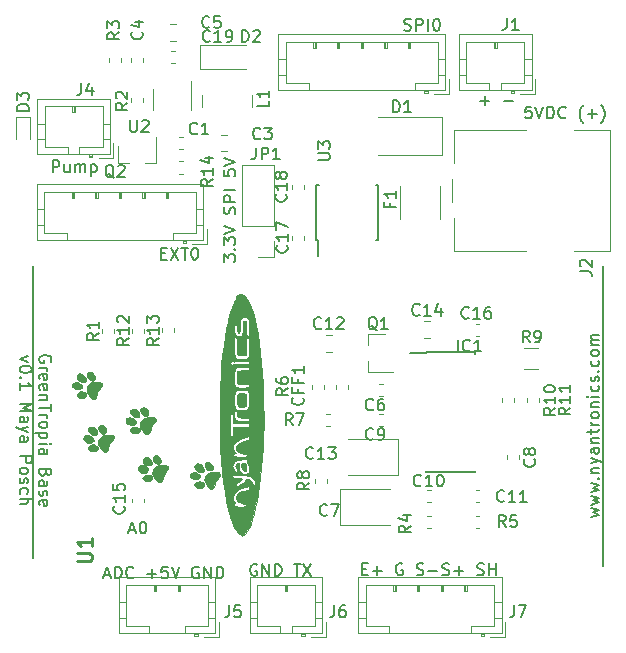
<source format=gbr>
G04 #@! TF.GenerationSoftware,KiCad,Pcbnew,(5.0.1)-rc2*
G04 #@! TF.CreationDate,2018-12-27T01:27:39+01:00*
G04 #@! TF.ProjectId,IoP_plant_base,496F505F706C616E745F626173652E6B,rev?*
G04 #@! TF.SameCoordinates,Original*
G04 #@! TF.FileFunction,Legend,Top*
G04 #@! TF.FilePolarity,Positive*
%FSLAX46Y46*%
G04 Gerber Fmt 4.6, Leading zero omitted, Abs format (unit mm)*
G04 Created by KiCad (PCBNEW (5.0.1)-rc2) date 2018/12/27 1:27:39*
%MOMM*%
%LPD*%
G01*
G04 APERTURE LIST*
%ADD10C,0.150000*%
%ADD11C,0.200000*%
%ADD12C,0.120000*%
%ADD13C,0.010000*%
%ADD14C,0.254000*%
G04 APERTURE END LIST*
D10*
X115936780Y-92266542D02*
X115936780Y-91647495D01*
X116317733Y-91980828D01*
X116317733Y-91837971D01*
X116365352Y-91742733D01*
X116412971Y-91695114D01*
X116508209Y-91647495D01*
X116746304Y-91647495D01*
X116841542Y-91695114D01*
X116889161Y-91742733D01*
X116936780Y-91837971D01*
X116936780Y-92123685D01*
X116889161Y-92218923D01*
X116841542Y-92266542D01*
X116841542Y-91218923D02*
X116889161Y-91171304D01*
X116936780Y-91218923D01*
X116889161Y-91266542D01*
X116841542Y-91218923D01*
X116936780Y-91218923D01*
X115936780Y-90837971D02*
X115936780Y-90218923D01*
X116317733Y-90552257D01*
X116317733Y-90409400D01*
X116365352Y-90314161D01*
X116412971Y-90266542D01*
X116508209Y-90218923D01*
X116746304Y-90218923D01*
X116841542Y-90266542D01*
X116889161Y-90314161D01*
X116936780Y-90409400D01*
X116936780Y-90695114D01*
X116889161Y-90790352D01*
X116841542Y-90837971D01*
X115936780Y-89933209D02*
X116936780Y-89599876D01*
X115936780Y-89266542D01*
X116889161Y-88218923D02*
X116936780Y-88076066D01*
X116936780Y-87837971D01*
X116889161Y-87742733D01*
X116841542Y-87695114D01*
X116746304Y-87647495D01*
X116651066Y-87647495D01*
X116555828Y-87695114D01*
X116508209Y-87742733D01*
X116460590Y-87837971D01*
X116412971Y-88028447D01*
X116365352Y-88123685D01*
X116317733Y-88171304D01*
X116222495Y-88218923D01*
X116127257Y-88218923D01*
X116032019Y-88171304D01*
X115984400Y-88123685D01*
X115936780Y-88028447D01*
X115936780Y-87790352D01*
X115984400Y-87647495D01*
X116936780Y-87218923D02*
X115936780Y-87218923D01*
X115936780Y-86837971D01*
X115984400Y-86742733D01*
X116032019Y-86695114D01*
X116127257Y-86647495D01*
X116270114Y-86647495D01*
X116365352Y-86695114D01*
X116412971Y-86742733D01*
X116460590Y-86837971D01*
X116460590Y-87218923D01*
X116936780Y-86218923D02*
X115936780Y-86218923D01*
X115936780Y-84504638D02*
X115936780Y-84980828D01*
X116412971Y-85028447D01*
X116365352Y-84980828D01*
X116317733Y-84885590D01*
X116317733Y-84647495D01*
X116365352Y-84552257D01*
X116412971Y-84504638D01*
X116508209Y-84457019D01*
X116746304Y-84457019D01*
X116841542Y-84504638D01*
X116889161Y-84552257D01*
X116936780Y-84647495D01*
X116936780Y-84885590D01*
X116889161Y-84980828D01*
X116841542Y-85028447D01*
X115936780Y-84171304D02*
X116936780Y-83837971D01*
X115936780Y-83504638D01*
X127657933Y-118292571D02*
X127991266Y-118292571D01*
X128134123Y-118816380D02*
X127657933Y-118816380D01*
X127657933Y-117816380D01*
X128134123Y-117816380D01*
X128562695Y-118435428D02*
X129324600Y-118435428D01*
X128943647Y-118816380D02*
X128943647Y-118054476D01*
X131086504Y-117864000D02*
X130991266Y-117816380D01*
X130848409Y-117816380D01*
X130705552Y-117864000D01*
X130610314Y-117959238D01*
X130562695Y-118054476D01*
X130515076Y-118244952D01*
X130515076Y-118387809D01*
X130562695Y-118578285D01*
X130610314Y-118673523D01*
X130705552Y-118768761D01*
X130848409Y-118816380D01*
X130943647Y-118816380D01*
X131086504Y-118768761D01*
X131134123Y-118721142D01*
X131134123Y-118387809D01*
X130943647Y-118387809D01*
X132276980Y-118768761D02*
X132419838Y-118816380D01*
X132657933Y-118816380D01*
X132753171Y-118768761D01*
X132800790Y-118721142D01*
X132848409Y-118625904D01*
X132848409Y-118530666D01*
X132800790Y-118435428D01*
X132753171Y-118387809D01*
X132657933Y-118340190D01*
X132467457Y-118292571D01*
X132372219Y-118244952D01*
X132324600Y-118197333D01*
X132276980Y-118102095D01*
X132276980Y-118006857D01*
X132324600Y-117911619D01*
X132372219Y-117864000D01*
X132467457Y-117816380D01*
X132705552Y-117816380D01*
X132848409Y-117864000D01*
X133276980Y-118435428D02*
X134038885Y-118435428D01*
X134467457Y-118768761D02*
X134610314Y-118816380D01*
X134848409Y-118816380D01*
X134943647Y-118768761D01*
X134991266Y-118721142D01*
X135038885Y-118625904D01*
X135038885Y-118530666D01*
X134991266Y-118435428D01*
X134943647Y-118387809D01*
X134848409Y-118340190D01*
X134657933Y-118292571D01*
X134562695Y-118244952D01*
X134515076Y-118197333D01*
X134467457Y-118102095D01*
X134467457Y-118006857D01*
X134515076Y-117911619D01*
X134562695Y-117864000D01*
X134657933Y-117816380D01*
X134896028Y-117816380D01*
X135038885Y-117864000D01*
X135467457Y-118435428D02*
X136229361Y-118435428D01*
X135848409Y-118816380D02*
X135848409Y-118054476D01*
X137419838Y-118768761D02*
X137562695Y-118816380D01*
X137800790Y-118816380D01*
X137896028Y-118768761D01*
X137943647Y-118721142D01*
X137991266Y-118625904D01*
X137991266Y-118530666D01*
X137943647Y-118435428D01*
X137896028Y-118387809D01*
X137800790Y-118340190D01*
X137610314Y-118292571D01*
X137515076Y-118244952D01*
X137467457Y-118197333D01*
X137419838Y-118102095D01*
X137419838Y-118006857D01*
X137467457Y-117911619D01*
X137515076Y-117864000D01*
X137610314Y-117816380D01*
X137848409Y-117816380D01*
X137991266Y-117864000D01*
X138419838Y-118816380D02*
X138419838Y-117816380D01*
X138419838Y-118292571D02*
X138991266Y-118292571D01*
X138991266Y-118816380D02*
X138991266Y-117816380D01*
X105823380Y-118810066D02*
X106299571Y-118810066D01*
X105728142Y-119095780D02*
X106061476Y-118095780D01*
X106394809Y-119095780D01*
X106728142Y-119095780D02*
X106728142Y-118095780D01*
X106966238Y-118095780D01*
X107109095Y-118143400D01*
X107204333Y-118238638D01*
X107251952Y-118333876D01*
X107299571Y-118524352D01*
X107299571Y-118667209D01*
X107251952Y-118857685D01*
X107204333Y-118952923D01*
X107109095Y-119048161D01*
X106966238Y-119095780D01*
X106728142Y-119095780D01*
X108299571Y-119000542D02*
X108251952Y-119048161D01*
X108109095Y-119095780D01*
X108013857Y-119095780D01*
X107871000Y-119048161D01*
X107775761Y-118952923D01*
X107728142Y-118857685D01*
X107680523Y-118667209D01*
X107680523Y-118524352D01*
X107728142Y-118333876D01*
X107775761Y-118238638D01*
X107871000Y-118143400D01*
X108013857Y-118095780D01*
X108109095Y-118095780D01*
X108251952Y-118143400D01*
X108299571Y-118191019D01*
X109490047Y-118714828D02*
X110251952Y-118714828D01*
X109871000Y-119095780D02*
X109871000Y-118333876D01*
X111204333Y-118095780D02*
X110728142Y-118095780D01*
X110680523Y-118571971D01*
X110728142Y-118524352D01*
X110823380Y-118476733D01*
X111061476Y-118476733D01*
X111156714Y-118524352D01*
X111204333Y-118571971D01*
X111251952Y-118667209D01*
X111251952Y-118905304D01*
X111204333Y-119000542D01*
X111156714Y-119048161D01*
X111061476Y-119095780D01*
X110823380Y-119095780D01*
X110728142Y-119048161D01*
X110680523Y-119000542D01*
X111537666Y-118095780D02*
X111871000Y-119095780D01*
X112204333Y-118095780D01*
X113823380Y-118143400D02*
X113728142Y-118095780D01*
X113585285Y-118095780D01*
X113442428Y-118143400D01*
X113347190Y-118238638D01*
X113299571Y-118333876D01*
X113251952Y-118524352D01*
X113251952Y-118667209D01*
X113299571Y-118857685D01*
X113347190Y-118952923D01*
X113442428Y-119048161D01*
X113585285Y-119095780D01*
X113680523Y-119095780D01*
X113823380Y-119048161D01*
X113871000Y-119000542D01*
X113871000Y-118667209D01*
X113680523Y-118667209D01*
X114299571Y-119095780D02*
X114299571Y-118095780D01*
X114871000Y-119095780D01*
X114871000Y-118095780D01*
X115347190Y-119095780D02*
X115347190Y-118095780D01*
X115585285Y-118095780D01*
X115728142Y-118143400D01*
X115823380Y-118238638D01*
X115871000Y-118333876D01*
X115918619Y-118524352D01*
X115918619Y-118667209D01*
X115871000Y-118857685D01*
X115823380Y-118952923D01*
X115728142Y-119048161D01*
X115585285Y-119095780D01*
X115347190Y-119095780D01*
X137684047Y-78633628D02*
X138445952Y-78633628D01*
X138065000Y-79014580D02*
X138065000Y-78252676D01*
X139684047Y-78633628D02*
X140445952Y-78633628D01*
X142005305Y-79149960D02*
X141529115Y-79149960D01*
X141481496Y-79626151D01*
X141529115Y-79578532D01*
X141624353Y-79530913D01*
X141862448Y-79530913D01*
X141957686Y-79578532D01*
X142005305Y-79626151D01*
X142052924Y-79721389D01*
X142052924Y-79959484D01*
X142005305Y-80054722D01*
X141957686Y-80102341D01*
X141862448Y-80149960D01*
X141624353Y-80149960D01*
X141529115Y-80102341D01*
X141481496Y-80054722D01*
X142338639Y-79149960D02*
X142671972Y-80149960D01*
X143005305Y-79149960D01*
X143338639Y-80149960D02*
X143338639Y-79149960D01*
X143576734Y-79149960D01*
X143719591Y-79197580D01*
X143814829Y-79292818D01*
X143862448Y-79388056D01*
X143910067Y-79578532D01*
X143910067Y-79721389D01*
X143862448Y-79911865D01*
X143814829Y-80007103D01*
X143719591Y-80102341D01*
X143576734Y-80149960D01*
X143338639Y-80149960D01*
X144910067Y-80054722D02*
X144862448Y-80102341D01*
X144719591Y-80149960D01*
X144624353Y-80149960D01*
X144481496Y-80102341D01*
X144386258Y-80007103D01*
X144338639Y-79911865D01*
X144291020Y-79721389D01*
X144291020Y-79578532D01*
X144338639Y-79388056D01*
X144386258Y-79292818D01*
X144481496Y-79197580D01*
X144624353Y-79149960D01*
X144719591Y-79149960D01*
X144862448Y-79197580D01*
X144910067Y-79245199D01*
X146386258Y-80530913D02*
X146338639Y-80483294D01*
X146243400Y-80340437D01*
X146195781Y-80245199D01*
X146148162Y-80102341D01*
X146100543Y-79864246D01*
X146100543Y-79673770D01*
X146148162Y-79435675D01*
X146195781Y-79292818D01*
X146243400Y-79197580D01*
X146338639Y-79054722D01*
X146386258Y-79007103D01*
X146767210Y-79769008D02*
X147529115Y-79769008D01*
X147148162Y-80149960D02*
X147148162Y-79388056D01*
X147910067Y-80530913D02*
X147957686Y-80483294D01*
X148052924Y-80340437D01*
X148100543Y-80245199D01*
X148148162Y-80102341D01*
X148195781Y-79864246D01*
X148195781Y-79673770D01*
X148148162Y-79435675D01*
X148100543Y-79292818D01*
X148052924Y-79197580D01*
X147957686Y-79054722D01*
X147910067Y-79007103D01*
X147054914Y-113883104D02*
X147721580Y-113692628D01*
X147245390Y-113502152D01*
X147721580Y-113311676D01*
X147054914Y-113121200D01*
X147054914Y-112835485D02*
X147721580Y-112645009D01*
X147245390Y-112454533D01*
X147721580Y-112264057D01*
X147054914Y-112073580D01*
X147054914Y-111787866D02*
X147721580Y-111597390D01*
X147245390Y-111406914D01*
X147721580Y-111216438D01*
X147054914Y-111025961D01*
X147626342Y-110645009D02*
X147673961Y-110597390D01*
X147721580Y-110645009D01*
X147673961Y-110692628D01*
X147626342Y-110645009D01*
X147721580Y-110645009D01*
X147054914Y-110168819D02*
X147721580Y-110168819D01*
X147150152Y-110168819D02*
X147102533Y-110121200D01*
X147054914Y-110025961D01*
X147054914Y-109883104D01*
X147102533Y-109787866D01*
X147197771Y-109740247D01*
X147721580Y-109740247D01*
X147054914Y-109359295D02*
X147721580Y-109121200D01*
X147054914Y-108883104D02*
X147721580Y-109121200D01*
X147959676Y-109216438D01*
X148007295Y-109264057D01*
X148054914Y-109359295D01*
X147721580Y-108073580D02*
X147197771Y-108073580D01*
X147102533Y-108121200D01*
X147054914Y-108216438D01*
X147054914Y-108406914D01*
X147102533Y-108502152D01*
X147673961Y-108073580D02*
X147721580Y-108168819D01*
X147721580Y-108406914D01*
X147673961Y-108502152D01*
X147578723Y-108549771D01*
X147483485Y-108549771D01*
X147388247Y-108502152D01*
X147340628Y-108406914D01*
X147340628Y-108168819D01*
X147293009Y-108073580D01*
X147054914Y-107597390D02*
X147721580Y-107597390D01*
X147150152Y-107597390D02*
X147102533Y-107549771D01*
X147054914Y-107454533D01*
X147054914Y-107311676D01*
X147102533Y-107216438D01*
X147197771Y-107168819D01*
X147721580Y-107168819D01*
X147054914Y-106835485D02*
X147054914Y-106454533D01*
X146721580Y-106692628D02*
X147578723Y-106692628D01*
X147673961Y-106645009D01*
X147721580Y-106549771D01*
X147721580Y-106454533D01*
X147721580Y-106121200D02*
X147054914Y-106121200D01*
X147245390Y-106121200D02*
X147150152Y-106073580D01*
X147102533Y-106025961D01*
X147054914Y-105930723D01*
X147054914Y-105835485D01*
X147721580Y-105359295D02*
X147673961Y-105454533D01*
X147626342Y-105502152D01*
X147531104Y-105549771D01*
X147245390Y-105549771D01*
X147150152Y-105502152D01*
X147102533Y-105454533D01*
X147054914Y-105359295D01*
X147054914Y-105216438D01*
X147102533Y-105121200D01*
X147150152Y-105073580D01*
X147245390Y-105025961D01*
X147531104Y-105025961D01*
X147626342Y-105073580D01*
X147673961Y-105121200D01*
X147721580Y-105216438D01*
X147721580Y-105359295D01*
X147054914Y-104597390D02*
X147721580Y-104597390D01*
X147150152Y-104597390D02*
X147102533Y-104549771D01*
X147054914Y-104454533D01*
X147054914Y-104311676D01*
X147102533Y-104216438D01*
X147197771Y-104168819D01*
X147721580Y-104168819D01*
X147721580Y-103692628D02*
X147054914Y-103692628D01*
X146721580Y-103692628D02*
X146769200Y-103740247D01*
X146816819Y-103692628D01*
X146769200Y-103645009D01*
X146721580Y-103692628D01*
X146816819Y-103692628D01*
X147673961Y-102787866D02*
X147721580Y-102883104D01*
X147721580Y-103073580D01*
X147673961Y-103168819D01*
X147626342Y-103216438D01*
X147531104Y-103264057D01*
X147245390Y-103264057D01*
X147150152Y-103216438D01*
X147102533Y-103168819D01*
X147054914Y-103073580D01*
X147054914Y-102883104D01*
X147102533Y-102787866D01*
X147673961Y-102406914D02*
X147721580Y-102311676D01*
X147721580Y-102121200D01*
X147673961Y-102025961D01*
X147578723Y-101978342D01*
X147531104Y-101978342D01*
X147435866Y-102025961D01*
X147388247Y-102121200D01*
X147388247Y-102264057D01*
X147340628Y-102359295D01*
X147245390Y-102406914D01*
X147197771Y-102406914D01*
X147102533Y-102359295D01*
X147054914Y-102264057D01*
X147054914Y-102121200D01*
X147102533Y-102025961D01*
X147626342Y-101549771D02*
X147673961Y-101502152D01*
X147721580Y-101549771D01*
X147673961Y-101597390D01*
X147626342Y-101549771D01*
X147721580Y-101549771D01*
X147673961Y-100645009D02*
X147721580Y-100740247D01*
X147721580Y-100930723D01*
X147673961Y-101025961D01*
X147626342Y-101073580D01*
X147531104Y-101121200D01*
X147245390Y-101121200D01*
X147150152Y-101073580D01*
X147102533Y-101025961D01*
X147054914Y-100930723D01*
X147054914Y-100740247D01*
X147102533Y-100645009D01*
X147721580Y-100073580D02*
X147673961Y-100168819D01*
X147626342Y-100216438D01*
X147531104Y-100264057D01*
X147245390Y-100264057D01*
X147150152Y-100216438D01*
X147102533Y-100168819D01*
X147054914Y-100073580D01*
X147054914Y-99930723D01*
X147102533Y-99835485D01*
X147150152Y-99787866D01*
X147245390Y-99740247D01*
X147531104Y-99740247D01*
X147626342Y-99787866D01*
X147673961Y-99835485D01*
X147721580Y-99930723D01*
X147721580Y-100073580D01*
X147721580Y-99311676D02*
X147054914Y-99311676D01*
X147150152Y-99311676D02*
X147102533Y-99264057D01*
X147054914Y-99168819D01*
X147054914Y-99025961D01*
X147102533Y-98930723D01*
X147197771Y-98883104D01*
X147721580Y-98883104D01*
X147197771Y-98883104D02*
X147102533Y-98835485D01*
X147054914Y-98740247D01*
X147054914Y-98597390D01*
X147102533Y-98502152D01*
X147197771Y-98454533D01*
X147721580Y-98454533D01*
X101468466Y-84704180D02*
X101468466Y-83704180D01*
X101849419Y-83704180D01*
X101944657Y-83751800D01*
X101992276Y-83799419D01*
X102039895Y-83894657D01*
X102039895Y-84037514D01*
X101992276Y-84132752D01*
X101944657Y-84180371D01*
X101849419Y-84227990D01*
X101468466Y-84227990D01*
X102897038Y-84037514D02*
X102897038Y-84704180D01*
X102468466Y-84037514D02*
X102468466Y-84561323D01*
X102516085Y-84656561D01*
X102611323Y-84704180D01*
X102754180Y-84704180D01*
X102849419Y-84656561D01*
X102897038Y-84608942D01*
X103373228Y-84704180D02*
X103373228Y-84037514D01*
X103373228Y-84132752D02*
X103420847Y-84085133D01*
X103516085Y-84037514D01*
X103658942Y-84037514D01*
X103754180Y-84085133D01*
X103801800Y-84180371D01*
X103801800Y-84704180D01*
X103801800Y-84180371D02*
X103849419Y-84085133D01*
X103944657Y-84037514D01*
X104087514Y-84037514D01*
X104182752Y-84085133D01*
X104230371Y-84180371D01*
X104230371Y-84704180D01*
X104706561Y-84037514D02*
X104706561Y-85037514D01*
X104706561Y-84085133D02*
X104801800Y-84037514D01*
X104992276Y-84037514D01*
X105087514Y-84085133D01*
X105135133Y-84132752D01*
X105182752Y-84227990D01*
X105182752Y-84513704D01*
X105135133Y-84608942D01*
X105087514Y-84656561D01*
X104992276Y-84704180D01*
X104801800Y-84704180D01*
X104706561Y-84656561D01*
X107972314Y-115000066D02*
X108448504Y-115000066D01*
X107877076Y-115285780D02*
X108210409Y-114285780D01*
X108543742Y-115285780D01*
X109067552Y-114285780D02*
X109162790Y-114285780D01*
X109258028Y-114333400D01*
X109305647Y-114381019D01*
X109353266Y-114476257D01*
X109400885Y-114666733D01*
X109400885Y-114904828D01*
X109353266Y-115095304D01*
X109305647Y-115190542D01*
X109258028Y-115238161D01*
X109162790Y-115285780D01*
X109067552Y-115285780D01*
X108972314Y-115238161D01*
X108924695Y-115190542D01*
X108877076Y-115095304D01*
X108829457Y-114904828D01*
X108829457Y-114666733D01*
X108877076Y-114476257D01*
X108924695Y-114381019D01*
X108972314Y-114333400D01*
X109067552Y-114285780D01*
X118751600Y-117940200D02*
X118656361Y-117892580D01*
X118513504Y-117892580D01*
X118370647Y-117940200D01*
X118275409Y-118035438D01*
X118227790Y-118130676D01*
X118180171Y-118321152D01*
X118180171Y-118464009D01*
X118227790Y-118654485D01*
X118275409Y-118749723D01*
X118370647Y-118844961D01*
X118513504Y-118892580D01*
X118608742Y-118892580D01*
X118751600Y-118844961D01*
X118799219Y-118797342D01*
X118799219Y-118464009D01*
X118608742Y-118464009D01*
X119227790Y-118892580D02*
X119227790Y-117892580D01*
X119799219Y-118892580D01*
X119799219Y-117892580D01*
X120275409Y-118892580D02*
X120275409Y-117892580D01*
X120513504Y-117892580D01*
X120656361Y-117940200D01*
X120751600Y-118035438D01*
X120799219Y-118130676D01*
X120846838Y-118321152D01*
X120846838Y-118464009D01*
X120799219Y-118654485D01*
X120751600Y-118749723D01*
X120656361Y-118844961D01*
X120513504Y-118892580D01*
X120275409Y-118892580D01*
X121894457Y-117892580D02*
X122465885Y-117892580D01*
X122180171Y-118892580D02*
X122180171Y-117892580D01*
X122703980Y-117892580D02*
X123370647Y-118892580D01*
X123370647Y-117892580D02*
X122703980Y-118892580D01*
X101299400Y-100768876D02*
X101347019Y-100673638D01*
X101347019Y-100530780D01*
X101299400Y-100387923D01*
X101204161Y-100292685D01*
X101108923Y-100245066D01*
X100918447Y-100197447D01*
X100775590Y-100197447D01*
X100585114Y-100245066D01*
X100489876Y-100292685D01*
X100394638Y-100387923D01*
X100347019Y-100530780D01*
X100347019Y-100626019D01*
X100394638Y-100768876D01*
X100442257Y-100816495D01*
X100775590Y-100816495D01*
X100775590Y-100626019D01*
X100347019Y-101245066D02*
X101013685Y-101245066D01*
X100823209Y-101245066D02*
X100918447Y-101292685D01*
X100966066Y-101340304D01*
X101013685Y-101435542D01*
X101013685Y-101530780D01*
X100394638Y-102245066D02*
X100347019Y-102149828D01*
X100347019Y-101959352D01*
X100394638Y-101864114D01*
X100489876Y-101816495D01*
X100870828Y-101816495D01*
X100966066Y-101864114D01*
X101013685Y-101959352D01*
X101013685Y-102149828D01*
X100966066Y-102245066D01*
X100870828Y-102292685D01*
X100775590Y-102292685D01*
X100680352Y-101816495D01*
X100394638Y-103102209D02*
X100347019Y-103006971D01*
X100347019Y-102816495D01*
X100394638Y-102721257D01*
X100489876Y-102673638D01*
X100870828Y-102673638D01*
X100966066Y-102721257D01*
X101013685Y-102816495D01*
X101013685Y-103006971D01*
X100966066Y-103102209D01*
X100870828Y-103149828D01*
X100775590Y-103149828D01*
X100680352Y-102673638D01*
X101013685Y-103578400D02*
X100347019Y-103578400D01*
X100918447Y-103578400D02*
X100966066Y-103626019D01*
X101013685Y-103721257D01*
X101013685Y-103864114D01*
X100966066Y-103959352D01*
X100870828Y-104006971D01*
X100347019Y-104006971D01*
X101347019Y-104340304D02*
X101347019Y-104911733D01*
X100347019Y-104626019D02*
X101347019Y-104626019D01*
X100347019Y-105245066D02*
X101013685Y-105245066D01*
X100823209Y-105245066D02*
X100918447Y-105292685D01*
X100966066Y-105340304D01*
X101013685Y-105435542D01*
X101013685Y-105530780D01*
X100347019Y-106006971D02*
X100394638Y-105911733D01*
X100442257Y-105864114D01*
X100537495Y-105816495D01*
X100823209Y-105816495D01*
X100918447Y-105864114D01*
X100966066Y-105911733D01*
X101013685Y-106006971D01*
X101013685Y-106149828D01*
X100966066Y-106245066D01*
X100918447Y-106292685D01*
X100823209Y-106340304D01*
X100537495Y-106340304D01*
X100442257Y-106292685D01*
X100394638Y-106245066D01*
X100347019Y-106149828D01*
X100347019Y-106006971D01*
X101013685Y-106768876D02*
X100013685Y-106768876D01*
X100966066Y-106768876D02*
X101013685Y-106864114D01*
X101013685Y-107054590D01*
X100966066Y-107149828D01*
X100918447Y-107197447D01*
X100823209Y-107245066D01*
X100537495Y-107245066D01*
X100442257Y-107197447D01*
X100394638Y-107149828D01*
X100347019Y-107054590D01*
X100347019Y-106864114D01*
X100394638Y-106768876D01*
X100347019Y-107673638D02*
X101013685Y-107673638D01*
X101347019Y-107673638D02*
X101299400Y-107626019D01*
X101251780Y-107673638D01*
X101299400Y-107721257D01*
X101347019Y-107673638D01*
X101251780Y-107673638D01*
X100347019Y-108578400D02*
X100870828Y-108578400D01*
X100966066Y-108530780D01*
X101013685Y-108435542D01*
X101013685Y-108245066D01*
X100966066Y-108149828D01*
X100394638Y-108578400D02*
X100347019Y-108483161D01*
X100347019Y-108245066D01*
X100394638Y-108149828D01*
X100489876Y-108102209D01*
X100585114Y-108102209D01*
X100680352Y-108149828D01*
X100727971Y-108245066D01*
X100727971Y-108483161D01*
X100775590Y-108578400D01*
X100870828Y-110149828D02*
X100823209Y-110292685D01*
X100775590Y-110340304D01*
X100680352Y-110387923D01*
X100537495Y-110387923D01*
X100442257Y-110340304D01*
X100394638Y-110292685D01*
X100347019Y-110197447D01*
X100347019Y-109816495D01*
X101347019Y-109816495D01*
X101347019Y-110149828D01*
X101299400Y-110245066D01*
X101251780Y-110292685D01*
X101156542Y-110340304D01*
X101061304Y-110340304D01*
X100966066Y-110292685D01*
X100918447Y-110245066D01*
X100870828Y-110149828D01*
X100870828Y-109816495D01*
X100347019Y-111245066D02*
X100870828Y-111245066D01*
X100966066Y-111197447D01*
X101013685Y-111102209D01*
X101013685Y-110911733D01*
X100966066Y-110816495D01*
X100394638Y-111245066D02*
X100347019Y-111149828D01*
X100347019Y-110911733D01*
X100394638Y-110816495D01*
X100489876Y-110768876D01*
X100585114Y-110768876D01*
X100680352Y-110816495D01*
X100727971Y-110911733D01*
X100727971Y-111149828D01*
X100775590Y-111245066D01*
X100394638Y-111673638D02*
X100347019Y-111768876D01*
X100347019Y-111959352D01*
X100394638Y-112054590D01*
X100489876Y-112102209D01*
X100537495Y-112102209D01*
X100632733Y-112054590D01*
X100680352Y-111959352D01*
X100680352Y-111816495D01*
X100727971Y-111721257D01*
X100823209Y-111673638D01*
X100870828Y-111673638D01*
X100966066Y-111721257D01*
X101013685Y-111816495D01*
X101013685Y-111959352D01*
X100966066Y-112054590D01*
X100394638Y-112911733D02*
X100347019Y-112816495D01*
X100347019Y-112626019D01*
X100394638Y-112530780D01*
X100489876Y-112483161D01*
X100870828Y-112483161D01*
X100966066Y-112530780D01*
X101013685Y-112626019D01*
X101013685Y-112816495D01*
X100966066Y-112911733D01*
X100870828Y-112959352D01*
X100775590Y-112959352D01*
X100680352Y-112483161D01*
X99363685Y-100292685D02*
X98697019Y-100530780D01*
X99363685Y-100768876D01*
X99697019Y-101340304D02*
X99697019Y-101435542D01*
X99649400Y-101530780D01*
X99601780Y-101578400D01*
X99506542Y-101626019D01*
X99316066Y-101673638D01*
X99077971Y-101673638D01*
X98887495Y-101626019D01*
X98792257Y-101578400D01*
X98744638Y-101530780D01*
X98697019Y-101435542D01*
X98697019Y-101340304D01*
X98744638Y-101245066D01*
X98792257Y-101197447D01*
X98887495Y-101149828D01*
X99077971Y-101102209D01*
X99316066Y-101102209D01*
X99506542Y-101149828D01*
X99601780Y-101197447D01*
X99649400Y-101245066D01*
X99697019Y-101340304D01*
X98792257Y-102102209D02*
X98744638Y-102149828D01*
X98697019Y-102102209D01*
X98744638Y-102054590D01*
X98792257Y-102102209D01*
X98697019Y-102102209D01*
X98697019Y-103102209D02*
X98697019Y-102530780D01*
X98697019Y-102816495D02*
X99697019Y-102816495D01*
X99554161Y-102721257D01*
X99458923Y-102626019D01*
X99411304Y-102530780D01*
X98697019Y-104292685D02*
X99697019Y-104292685D01*
X98982733Y-104626019D01*
X99697019Y-104959352D01*
X98697019Y-104959352D01*
X98697019Y-105864114D02*
X99220828Y-105864114D01*
X99316066Y-105816495D01*
X99363685Y-105721257D01*
X99363685Y-105530780D01*
X99316066Y-105435542D01*
X98744638Y-105864114D02*
X98697019Y-105768876D01*
X98697019Y-105530780D01*
X98744638Y-105435542D01*
X98839876Y-105387923D01*
X98935114Y-105387923D01*
X99030352Y-105435542D01*
X99077971Y-105530780D01*
X99077971Y-105768876D01*
X99125590Y-105864114D01*
X99363685Y-106245066D02*
X98697019Y-106483161D01*
X99363685Y-106721257D02*
X98697019Y-106483161D01*
X98458923Y-106387923D01*
X98411304Y-106340304D01*
X98363685Y-106245066D01*
X98697019Y-107530780D02*
X99220828Y-107530780D01*
X99316066Y-107483161D01*
X99363685Y-107387923D01*
X99363685Y-107197447D01*
X99316066Y-107102209D01*
X98744638Y-107530780D02*
X98697019Y-107435542D01*
X98697019Y-107197447D01*
X98744638Y-107102209D01*
X98839876Y-107054590D01*
X98935114Y-107054590D01*
X99030352Y-107102209D01*
X99077971Y-107197447D01*
X99077971Y-107435542D01*
X99125590Y-107530780D01*
X98697019Y-108768876D02*
X99697019Y-108768876D01*
X99697019Y-109149828D01*
X99649400Y-109245066D01*
X99601780Y-109292685D01*
X99506542Y-109340304D01*
X99363685Y-109340304D01*
X99268447Y-109292685D01*
X99220828Y-109245066D01*
X99173209Y-109149828D01*
X99173209Y-108768876D01*
X98697019Y-109911733D02*
X98744638Y-109816495D01*
X98792257Y-109768876D01*
X98887495Y-109721257D01*
X99173209Y-109721257D01*
X99268447Y-109768876D01*
X99316066Y-109816495D01*
X99363685Y-109911733D01*
X99363685Y-110054590D01*
X99316066Y-110149828D01*
X99268447Y-110197447D01*
X99173209Y-110245066D01*
X98887495Y-110245066D01*
X98792257Y-110197447D01*
X98744638Y-110149828D01*
X98697019Y-110054590D01*
X98697019Y-109911733D01*
X98744638Y-110626019D02*
X98697019Y-110721257D01*
X98697019Y-110911733D01*
X98744638Y-111006971D01*
X98839876Y-111054590D01*
X98887495Y-111054590D01*
X98982733Y-111006971D01*
X99030352Y-110911733D01*
X99030352Y-110768876D01*
X99077971Y-110673638D01*
X99173209Y-110626019D01*
X99220828Y-110626019D01*
X99316066Y-110673638D01*
X99363685Y-110768876D01*
X99363685Y-110911733D01*
X99316066Y-111006971D01*
X98744638Y-111911733D02*
X98697019Y-111816495D01*
X98697019Y-111626019D01*
X98744638Y-111530780D01*
X98792257Y-111483161D01*
X98887495Y-111435542D01*
X99173209Y-111435542D01*
X99268447Y-111483161D01*
X99316066Y-111530780D01*
X99363685Y-111626019D01*
X99363685Y-111816495D01*
X99316066Y-111911733D01*
X98697019Y-112340304D02*
X99697019Y-112340304D01*
X98697019Y-112768876D02*
X99220828Y-112768876D01*
X99316066Y-112721257D01*
X99363685Y-112626019D01*
X99363685Y-112483161D01*
X99316066Y-112387923D01*
X99268447Y-112340304D01*
D11*
G04 #@! TO.C,U1*
X99822000Y-117379000D02*
X99822000Y-92631000D01*
X148082000Y-118031000D02*
X148082000Y-92631000D01*
D12*
G04 #@! TO.C,SPI0*
X134998800Y-78056000D02*
X134998800Y-76806000D01*
X133748800Y-78056000D02*
X134998800Y-78056000D01*
X123638800Y-73646000D02*
X123638800Y-74146000D01*
X123538800Y-74146000D02*
X123538800Y-73646000D01*
X123738800Y-74146000D02*
X123538800Y-74146000D01*
X123738800Y-73646000D02*
X123738800Y-74146000D01*
X125638800Y-73646000D02*
X125638800Y-74146000D01*
X125538800Y-74146000D02*
X125538800Y-73646000D01*
X125738800Y-74146000D02*
X125538800Y-74146000D01*
X125738800Y-73646000D02*
X125738800Y-74146000D01*
X127638800Y-73646000D02*
X127638800Y-74146000D01*
X127538800Y-74146000D02*
X127538800Y-73646000D01*
X127738800Y-74146000D02*
X127538800Y-74146000D01*
X127738800Y-73646000D02*
X127738800Y-74146000D01*
X129638800Y-73646000D02*
X129638800Y-74146000D01*
X129538800Y-74146000D02*
X129538800Y-73646000D01*
X129738800Y-74146000D02*
X129538800Y-74146000D01*
X129738800Y-73646000D02*
X129738800Y-74146000D01*
X131638800Y-73646000D02*
X131638800Y-74146000D01*
X131538800Y-74146000D02*
X131538800Y-73646000D01*
X131738800Y-74146000D02*
X131538800Y-74146000D01*
X131738800Y-73646000D02*
X131738800Y-74146000D01*
X120578800Y-75146000D02*
X121188800Y-75146000D01*
X120578800Y-76446000D02*
X121188800Y-76446000D01*
X134698800Y-75146000D02*
X134088800Y-75146000D01*
X134698800Y-76446000D02*
X134088800Y-76446000D01*
X123138800Y-77146000D02*
X123138800Y-77756000D01*
X121188800Y-77146000D02*
X123138800Y-77146000D01*
X121188800Y-73646000D02*
X121188800Y-77146000D01*
X134088800Y-73646000D02*
X121188800Y-73646000D01*
X134088800Y-77146000D02*
X134088800Y-73646000D01*
X132138800Y-77146000D02*
X134088800Y-77146000D01*
X132138800Y-77756000D02*
X132138800Y-77146000D01*
X132938800Y-77856000D02*
X133238800Y-77856000D01*
X133238800Y-77956000D02*
X133238800Y-77756000D01*
X132938800Y-77956000D02*
X133238800Y-77956000D01*
X132938800Y-77756000D02*
X132938800Y-77956000D01*
X120578800Y-77756000D02*
X134698800Y-77756000D01*
X120578800Y-73036000D02*
X120578800Y-77756000D01*
X134698800Y-73036000D02*
X120578800Y-73036000D01*
X134698800Y-77756000D02*
X134698800Y-73036000D01*
G04 #@! TO.C,J4*
X106601600Y-83491600D02*
X106601600Y-82241600D01*
X105351600Y-83491600D02*
X106601600Y-83491600D01*
X103241600Y-79081600D02*
X103241600Y-79581600D01*
X103141600Y-79581600D02*
X103141600Y-79081600D01*
X103341600Y-79581600D02*
X103141600Y-79581600D01*
X103341600Y-79081600D02*
X103341600Y-79581600D01*
X100181600Y-80581600D02*
X100791600Y-80581600D01*
X100181600Y-81881600D02*
X100791600Y-81881600D01*
X106301600Y-80581600D02*
X105691600Y-80581600D01*
X106301600Y-81881600D02*
X105691600Y-81881600D01*
X102741600Y-82581600D02*
X102741600Y-83191600D01*
X100791600Y-82581600D02*
X102741600Y-82581600D01*
X100791600Y-79081600D02*
X100791600Y-82581600D01*
X105691600Y-79081600D02*
X100791600Y-79081600D01*
X105691600Y-82581600D02*
X105691600Y-79081600D01*
X103741600Y-82581600D02*
X105691600Y-82581600D01*
X103741600Y-83191600D02*
X103741600Y-82581600D01*
X104541600Y-83291600D02*
X104841600Y-83291600D01*
X104841600Y-83391600D02*
X104841600Y-83191600D01*
X104541600Y-83391600D02*
X104841600Y-83391600D01*
X104541600Y-83191600D02*
X104541600Y-83391600D01*
X100181600Y-83191600D02*
X106301600Y-83191600D01*
X100181600Y-78471600D02*
X100181600Y-83191600D01*
X106301600Y-78471600D02*
X100181600Y-78471600D01*
X106301600Y-83191600D02*
X106301600Y-78471600D01*
G04 #@! TO.C,J1*
X142314000Y-78056000D02*
X142314000Y-76806000D01*
X141064000Y-78056000D02*
X142314000Y-78056000D01*
X138954000Y-73646000D02*
X138954000Y-74146000D01*
X138854000Y-74146000D02*
X138854000Y-73646000D01*
X139054000Y-74146000D02*
X138854000Y-74146000D01*
X139054000Y-73646000D02*
X139054000Y-74146000D01*
X135894000Y-75146000D02*
X136504000Y-75146000D01*
X135894000Y-76446000D02*
X136504000Y-76446000D01*
X142014000Y-75146000D02*
X141404000Y-75146000D01*
X142014000Y-76446000D02*
X141404000Y-76446000D01*
X138454000Y-77146000D02*
X138454000Y-77756000D01*
X136504000Y-77146000D02*
X138454000Y-77146000D01*
X136504000Y-73646000D02*
X136504000Y-77146000D01*
X141404000Y-73646000D02*
X136504000Y-73646000D01*
X141404000Y-77146000D02*
X141404000Y-73646000D01*
X139454000Y-77146000D02*
X141404000Y-77146000D01*
X139454000Y-77756000D02*
X139454000Y-77146000D01*
X140254000Y-77856000D02*
X140554000Y-77856000D01*
X140554000Y-77956000D02*
X140554000Y-77756000D01*
X140254000Y-77956000D02*
X140554000Y-77956000D01*
X140254000Y-77756000D02*
X140254000Y-77956000D01*
X135894000Y-77756000D02*
X142014000Y-77756000D01*
X135894000Y-73036000D02*
X135894000Y-77756000D01*
X142014000Y-73036000D02*
X135894000Y-73036000D01*
X142014000Y-77756000D02*
X142014000Y-73036000D01*
G04 #@! TO.C,EXT0*
X114526400Y-90756000D02*
X114526400Y-89506000D01*
X113276400Y-90756000D02*
X114526400Y-90756000D01*
X103166400Y-86346000D02*
X103166400Y-86846000D01*
X103066400Y-86846000D02*
X103066400Y-86346000D01*
X103266400Y-86846000D02*
X103066400Y-86846000D01*
X103266400Y-86346000D02*
X103266400Y-86846000D01*
X105166400Y-86346000D02*
X105166400Y-86846000D01*
X105066400Y-86846000D02*
X105066400Y-86346000D01*
X105266400Y-86846000D02*
X105066400Y-86846000D01*
X105266400Y-86346000D02*
X105266400Y-86846000D01*
X107166400Y-86346000D02*
X107166400Y-86846000D01*
X107066400Y-86846000D02*
X107066400Y-86346000D01*
X107266400Y-86846000D02*
X107066400Y-86846000D01*
X107266400Y-86346000D02*
X107266400Y-86846000D01*
X109166400Y-86346000D02*
X109166400Y-86846000D01*
X109066400Y-86846000D02*
X109066400Y-86346000D01*
X109266400Y-86846000D02*
X109066400Y-86846000D01*
X109266400Y-86346000D02*
X109266400Y-86846000D01*
X111166400Y-86346000D02*
X111166400Y-86846000D01*
X111066400Y-86846000D02*
X111066400Y-86346000D01*
X111266400Y-86846000D02*
X111066400Y-86846000D01*
X111266400Y-86346000D02*
X111266400Y-86846000D01*
X100106400Y-87846000D02*
X100716400Y-87846000D01*
X100106400Y-89146000D02*
X100716400Y-89146000D01*
X114226400Y-87846000D02*
X113616400Y-87846000D01*
X114226400Y-89146000D02*
X113616400Y-89146000D01*
X102666400Y-89846000D02*
X102666400Y-90456000D01*
X100716400Y-89846000D02*
X102666400Y-89846000D01*
X100716400Y-86346000D02*
X100716400Y-89846000D01*
X113616400Y-86346000D02*
X100716400Y-86346000D01*
X113616400Y-89846000D02*
X113616400Y-86346000D01*
X111666400Y-89846000D02*
X113616400Y-89846000D01*
X111666400Y-90456000D02*
X111666400Y-89846000D01*
X112466400Y-90556000D02*
X112766400Y-90556000D01*
X112766400Y-90656000D02*
X112766400Y-90456000D01*
X112466400Y-90656000D02*
X112766400Y-90656000D01*
X112466400Y-90456000D02*
X112466400Y-90656000D01*
X100106400Y-90456000D02*
X114226400Y-90456000D01*
X100106400Y-85736000D02*
X100106400Y-90456000D01*
X114226400Y-85736000D02*
X100106400Y-85736000D01*
X114226400Y-90456000D02*
X114226400Y-85736000D01*
G04 #@! TO.C,J6*
X124284800Y-123730000D02*
X124284800Y-119010000D01*
X124284800Y-119010000D02*
X118164800Y-119010000D01*
X118164800Y-119010000D02*
X118164800Y-123730000D01*
X118164800Y-123730000D02*
X124284800Y-123730000D01*
X122524800Y-123730000D02*
X122524800Y-123930000D01*
X122524800Y-123930000D02*
X122824800Y-123930000D01*
X122824800Y-123930000D02*
X122824800Y-123730000D01*
X122524800Y-123830000D02*
X122824800Y-123830000D01*
X121724800Y-123730000D02*
X121724800Y-123120000D01*
X121724800Y-123120000D02*
X123674800Y-123120000D01*
X123674800Y-123120000D02*
X123674800Y-119620000D01*
X123674800Y-119620000D02*
X118774800Y-119620000D01*
X118774800Y-119620000D02*
X118774800Y-123120000D01*
X118774800Y-123120000D02*
X120724800Y-123120000D01*
X120724800Y-123120000D02*
X120724800Y-123730000D01*
X124284800Y-122420000D02*
X123674800Y-122420000D01*
X124284800Y-121120000D02*
X123674800Y-121120000D01*
X118164800Y-122420000D02*
X118774800Y-122420000D01*
X118164800Y-121120000D02*
X118774800Y-121120000D01*
X121324800Y-119620000D02*
X121324800Y-120120000D01*
X121324800Y-120120000D02*
X121124800Y-120120000D01*
X121124800Y-120120000D02*
X121124800Y-119620000D01*
X121224800Y-119620000D02*
X121224800Y-120120000D01*
X123334800Y-124030000D02*
X124584800Y-124030000D01*
X124584800Y-124030000D02*
X124584800Y-122780000D01*
G04 #@! TO.C,U2*
X113182000Y-79458400D02*
X113182000Y-77008400D01*
X109962000Y-77658400D02*
X109962000Y-79458400D01*
D10*
G04 #@! TO.C,U3*
X123911200Y-90408600D02*
X123911200Y-91758600D01*
X129036200Y-90408600D02*
X129036200Y-85758600D01*
X123786200Y-90408600D02*
X123786200Y-85758600D01*
X129036200Y-90408600D02*
X128811200Y-90408600D01*
X129036200Y-85758600D02*
X128811200Y-85758600D01*
X123786200Y-85758600D02*
X124011200Y-85758600D01*
X123786200Y-90408600D02*
X123911200Y-90408600D01*
D12*
G04 #@! TO.C,R14*
X112181521Y-84812600D02*
X112507079Y-84812600D01*
X112181521Y-83792600D02*
X112507079Y-83792600D01*
G04 #@! TO.C,R13*
X111762000Y-98257579D02*
X111762000Y-97932021D01*
X110742000Y-98257579D02*
X110742000Y-97932021D01*
G04 #@! TO.C,R12*
X109222000Y-98282879D02*
X109222000Y-97957321D01*
X108202000Y-98282879D02*
X108202000Y-97957321D01*
G04 #@! TO.C,Q2*
X107040600Y-83903600D02*
X107040600Y-82443600D01*
X110200600Y-83903600D02*
X110200600Y-81743600D01*
X110200600Y-83903600D02*
X109270600Y-83903600D01*
X107040600Y-83903600D02*
X107970600Y-83903600D01*
G04 #@! TO.C,JP1*
X120202000Y-91855600D02*
X118872000Y-91855600D01*
X120202000Y-90525600D02*
X120202000Y-91855600D01*
X120202000Y-89255600D02*
X117542000Y-89255600D01*
X117542000Y-89255600D02*
X117542000Y-84115600D01*
X120202000Y-89255600D02*
X120202000Y-84115600D01*
X120202000Y-84115600D02*
X117542000Y-84115600D01*
G04 #@! TO.C,D3*
X98333000Y-81915000D02*
X98333000Y-80065000D01*
X99533000Y-81915000D02*
X99533000Y-80065000D01*
X99533000Y-80065000D02*
X98333000Y-80065000D01*
G04 #@! TO.C,C19*
X111795879Y-74420000D02*
X111470321Y-74420000D01*
X111795879Y-75440000D02*
X111470321Y-75440000D01*
G04 #@! TO.C,C18*
X122785600Y-86090879D02*
X122785600Y-85765321D01*
X121765600Y-86090879D02*
X121765600Y-85765321D01*
G04 #@! TO.C,C17*
X121765600Y-90083321D02*
X121765600Y-90408879D01*
X122785600Y-90083321D02*
X122785600Y-90408879D01*
G04 #@! TO.C,C5*
X111372122Y-73608000D02*
X111889278Y-73608000D01*
X111372122Y-72188000D02*
X111889278Y-72188000D01*
G04 #@! TO.C,C1*
X112481479Y-81709800D02*
X112155921Y-81709800D01*
X112481479Y-82729800D02*
X112155921Y-82729800D01*
G04 #@! TO.C,J2*
X141520720Y-91368400D02*
X135460720Y-91368400D01*
X135460720Y-91368400D02*
X135460720Y-88558400D01*
X135460720Y-83958400D02*
X135460720Y-81148400D01*
X135460720Y-81148400D02*
X141520720Y-81148400D01*
X145620720Y-81148400D02*
X148680720Y-81148400D01*
X148680720Y-81148400D02*
X148680720Y-91368400D01*
X148680720Y-91368400D02*
X145620720Y-91368400D01*
X135270720Y-87258400D02*
X135270720Y-85258400D01*
G04 #@! TO.C,J5*
X115217000Y-123730000D02*
X115217000Y-119010000D01*
X115217000Y-119010000D02*
X107097000Y-119010000D01*
X107097000Y-119010000D02*
X107097000Y-123730000D01*
X107097000Y-123730000D02*
X115217000Y-123730000D01*
X113457000Y-123730000D02*
X113457000Y-123930000D01*
X113457000Y-123930000D02*
X113757000Y-123930000D01*
X113757000Y-123930000D02*
X113757000Y-123730000D01*
X113457000Y-123830000D02*
X113757000Y-123830000D01*
X112657000Y-123730000D02*
X112657000Y-123120000D01*
X112657000Y-123120000D02*
X114607000Y-123120000D01*
X114607000Y-123120000D02*
X114607000Y-119620000D01*
X114607000Y-119620000D02*
X107707000Y-119620000D01*
X107707000Y-119620000D02*
X107707000Y-123120000D01*
X107707000Y-123120000D02*
X109657000Y-123120000D01*
X109657000Y-123120000D02*
X109657000Y-123730000D01*
X115217000Y-122420000D02*
X114607000Y-122420000D01*
X115217000Y-121120000D02*
X114607000Y-121120000D01*
X107097000Y-122420000D02*
X107707000Y-122420000D01*
X107097000Y-121120000D02*
X107707000Y-121120000D01*
X112257000Y-119620000D02*
X112257000Y-120120000D01*
X112257000Y-120120000D02*
X112057000Y-120120000D01*
X112057000Y-120120000D02*
X112057000Y-119620000D01*
X112157000Y-119620000D02*
X112157000Y-120120000D01*
X110257000Y-119620000D02*
X110257000Y-120120000D01*
X110257000Y-120120000D02*
X110057000Y-120120000D01*
X110057000Y-120120000D02*
X110057000Y-119620000D01*
X110157000Y-119620000D02*
X110157000Y-120120000D01*
X114267000Y-124030000D02*
X115517000Y-124030000D01*
X115517000Y-124030000D02*
X115517000Y-122780000D01*
G04 #@! TO.C,J7*
X139474000Y-123730000D02*
X139474000Y-119010000D01*
X139474000Y-119010000D02*
X127354000Y-119010000D01*
X127354000Y-119010000D02*
X127354000Y-123730000D01*
X127354000Y-123730000D02*
X139474000Y-123730000D01*
X137714000Y-123730000D02*
X137714000Y-123930000D01*
X137714000Y-123930000D02*
X138014000Y-123930000D01*
X138014000Y-123930000D02*
X138014000Y-123730000D01*
X137714000Y-123830000D02*
X138014000Y-123830000D01*
X136914000Y-123730000D02*
X136914000Y-123120000D01*
X136914000Y-123120000D02*
X138864000Y-123120000D01*
X138864000Y-123120000D02*
X138864000Y-119620000D01*
X138864000Y-119620000D02*
X127964000Y-119620000D01*
X127964000Y-119620000D02*
X127964000Y-123120000D01*
X127964000Y-123120000D02*
X129914000Y-123120000D01*
X129914000Y-123120000D02*
X129914000Y-123730000D01*
X139474000Y-122420000D02*
X138864000Y-122420000D01*
X139474000Y-121120000D02*
X138864000Y-121120000D01*
X127354000Y-122420000D02*
X127964000Y-122420000D01*
X127354000Y-121120000D02*
X127964000Y-121120000D01*
X136514000Y-119620000D02*
X136514000Y-120120000D01*
X136514000Y-120120000D02*
X136314000Y-120120000D01*
X136314000Y-120120000D02*
X136314000Y-119620000D01*
X136414000Y-119620000D02*
X136414000Y-120120000D01*
X134514000Y-119620000D02*
X134514000Y-120120000D01*
X134514000Y-120120000D02*
X134314000Y-120120000D01*
X134314000Y-120120000D02*
X134314000Y-119620000D01*
X134414000Y-119620000D02*
X134414000Y-120120000D01*
X132514000Y-119620000D02*
X132514000Y-120120000D01*
X132514000Y-120120000D02*
X132314000Y-120120000D01*
X132314000Y-120120000D02*
X132314000Y-119620000D01*
X132414000Y-119620000D02*
X132414000Y-120120000D01*
X130514000Y-119620000D02*
X130514000Y-120120000D01*
X130514000Y-120120000D02*
X130314000Y-120120000D01*
X130314000Y-120120000D02*
X130314000Y-119620000D01*
X130414000Y-119620000D02*
X130414000Y-120120000D01*
X138524000Y-124030000D02*
X139774000Y-124030000D01*
X139774000Y-124030000D02*
X139774000Y-122780000D01*
G04 #@! TO.C,D1*
X134394400Y-83285600D02*
X134394400Y-79985600D01*
X134394400Y-79985600D02*
X128994400Y-79985600D01*
X134394400Y-83285600D02*
X128994400Y-83285600D01*
G04 #@! TO.C,F1*
X134298000Y-85884248D02*
X134298000Y-88656752D01*
X130878000Y-85884248D02*
X130878000Y-88656752D01*
G04 #@! TO.C,C16*
X137602279Y-98554000D02*
X137276721Y-98554000D01*
X137602279Y-97534000D02*
X137276721Y-97534000D01*
G04 #@! TO.C,R9*
X142565664Y-99572400D02*
X141361536Y-99572400D01*
X142565664Y-101392400D02*
X141361536Y-101392400D01*
G04 #@! TO.C,C3*
X115690122Y-82929800D02*
X116207278Y-82929800D01*
X115690122Y-81509800D02*
X116207278Y-81509800D01*
G04 #@! TO.C,C12*
X125099578Y-98477000D02*
X124582422Y-98477000D01*
X125099578Y-99897000D02*
X124582422Y-99897000D01*
G04 #@! TO.C,C14*
X132915922Y-97334000D02*
X133433078Y-97334000D01*
X132915922Y-98754000D02*
X133433078Y-98754000D01*
G04 #@! TO.C,C15*
X108202000Y-112659479D02*
X108202000Y-112333921D01*
X109222000Y-112659479D02*
X109222000Y-112333921D01*
G04 #@! TO.C,C4*
X108100400Y-75346679D02*
X108100400Y-75021121D01*
X109120400Y-75346679D02*
X109120400Y-75021121D01*
G04 #@! TO.C,C6*
X129423279Y-103634000D02*
X129097721Y-103634000D01*
X129423279Y-102614000D02*
X129097721Y-102614000D01*
G04 #@! TO.C,C8*
X139952000Y-108676221D02*
X139952000Y-109001779D01*
X140972000Y-108676221D02*
X140972000Y-109001779D01*
G04 #@! TO.C,C9*
X129423279Y-106174000D02*
X129097721Y-106174000D01*
X129423279Y-105154000D02*
X129097721Y-105154000D01*
G04 #@! TO.C,D2*
X113954000Y-73930000D02*
X113954000Y-75930000D01*
X113954000Y-75930000D02*
X117854000Y-75930000D01*
X113954000Y-73930000D02*
X117854000Y-73930000D01*
G04 #@! TO.C,R7*
X124589221Y-105154000D02*
X124914779Y-105154000D01*
X124589221Y-106174000D02*
X124914779Y-106174000D01*
G04 #@! TO.C,R6*
X123442000Y-102707221D02*
X123442000Y-103032779D01*
X124462000Y-102707221D02*
X124462000Y-103032779D01*
G04 #@! TO.C,R5*
X137276721Y-113790000D02*
X137602279Y-113790000D01*
X137276721Y-114810000D02*
X137602279Y-114810000D01*
G04 #@! TO.C,R4*
X133161721Y-114810000D02*
X133487279Y-114810000D01*
X133161721Y-113790000D02*
X133487279Y-113790000D01*
G04 #@! TO.C,R3*
X107240800Y-75021121D02*
X107240800Y-75346679D01*
X106220800Y-75021121D02*
X106220800Y-75346679D01*
G04 #@! TO.C,R1*
X105662000Y-97957321D02*
X105662000Y-98282879D01*
X106682000Y-97957321D02*
X106682000Y-98282879D01*
G04 #@! TO.C,R2*
X109095000Y-78450121D02*
X109095000Y-78775679D01*
X108075000Y-78450121D02*
X108075000Y-78775679D01*
G04 #@! TO.C,L1*
X118330400Y-79150000D02*
X118330400Y-78160000D01*
X114130400Y-79150000D02*
X114130400Y-78160000D01*
D10*
G04 #@! TO.C,IC1*
X133086000Y-99979000D02*
X131711000Y-99979000D01*
X133086000Y-110104000D02*
X137236000Y-110104000D01*
X133086000Y-99954000D02*
X137236000Y-99954000D01*
X133086000Y-110104000D02*
X133086000Y-109999000D01*
X137236000Y-110104000D02*
X137236000Y-109999000D01*
X137236000Y-99954000D02*
X137236000Y-100059000D01*
X133086000Y-99954000D02*
X133086000Y-99979000D01*
D12*
G04 #@! TO.C,R8*
X123696000Y-110708221D02*
X123696000Y-111033779D01*
X124716000Y-110708221D02*
X124716000Y-111033779D01*
G04 #@! TO.C,R10*
X140565600Y-103850121D02*
X140565600Y-104175679D01*
X139545600Y-103850121D02*
X139545600Y-104175679D01*
G04 #@! TO.C,R11*
X141628400Y-103850121D02*
X141628400Y-104175679D01*
X142648400Y-103850121D02*
X142648400Y-104175679D01*
G04 #@! TO.C,Q1*
X128161000Y-98435000D02*
X129621000Y-98435000D01*
X128161000Y-101595000D02*
X130321000Y-101595000D01*
X128161000Y-101595000D02*
X128161000Y-100665000D01*
X128161000Y-98435000D02*
X128161000Y-99365000D01*
G04 #@! TO.C,C13*
X130716500Y-107329000D02*
X126506500Y-107329000D01*
X130716500Y-110349000D02*
X130716500Y-107329000D01*
X126506500Y-110349000D02*
X130716500Y-110349000D01*
G04 #@! TO.C,C7*
X130006500Y-111520000D02*
X125796500Y-111520000D01*
X125796500Y-111520000D02*
X125796500Y-114540000D01*
X125796500Y-114540000D02*
X130006500Y-114540000D01*
G04 #@! TO.C,CFF1*
X125474000Y-102707221D02*
X125474000Y-103032779D01*
X126494000Y-102707221D02*
X126494000Y-103032779D01*
G04 #@! TO.C,C11*
X137276721Y-112651000D02*
X137602279Y-112651000D01*
X137276721Y-111631000D02*
X137602279Y-111631000D01*
G04 #@! TO.C,C10*
X133487279Y-112651000D02*
X133161721Y-112651000D01*
X133487279Y-111631000D02*
X133161721Y-111631000D01*
D13*
G04 #@! TO.C,G\002A\002A\002A*
G36*
X117092027Y-103754856D02*
X117100586Y-103602163D01*
X117123432Y-103501465D01*
X117167586Y-103442475D01*
X117240071Y-103414905D01*
X117347906Y-103408466D01*
X117471527Y-103411884D01*
X117617304Y-103419119D01*
X117707897Y-103430997D01*
X117760691Y-103452792D01*
X117793071Y-103489781D01*
X117805896Y-103513346D01*
X117828600Y-103598541D01*
X117843656Y-103735096D01*
X117851064Y-103902202D01*
X117850822Y-104079051D01*
X117842932Y-104244835D01*
X117827392Y-104378746D01*
X117805906Y-104456775D01*
X117775864Y-104503791D01*
X117732426Y-104532211D01*
X117657480Y-104547840D01*
X117532914Y-104556481D01*
X117488941Y-104558349D01*
X117342678Y-104560863D01*
X117237419Y-104548243D01*
X117166439Y-104510549D01*
X117123010Y-104437840D01*
X117100408Y-104320175D01*
X117091905Y-104147615D01*
X117090735Y-103969833D01*
X117092027Y-103754856D01*
X117092027Y-103754856D01*
G37*
X117092027Y-103754856D02*
X117100586Y-103602163D01*
X117123432Y-103501465D01*
X117167586Y-103442475D01*
X117240071Y-103414905D01*
X117347906Y-103408466D01*
X117471527Y-103411884D01*
X117617304Y-103419119D01*
X117707897Y-103430997D01*
X117760691Y-103452792D01*
X117793071Y-103489781D01*
X117805896Y-103513346D01*
X117828600Y-103598541D01*
X117843656Y-103735096D01*
X117851064Y-103902202D01*
X117850822Y-104079051D01*
X117842932Y-104244835D01*
X117827392Y-104378746D01*
X117805906Y-104456775D01*
X117775864Y-104503791D01*
X117732426Y-104532211D01*
X117657480Y-104547840D01*
X117532914Y-104556481D01*
X117488941Y-104558349D01*
X117342678Y-104560863D01*
X117237419Y-104548243D01*
X117166439Y-104510549D01*
X117123010Y-104437840D01*
X117100408Y-104320175D01*
X117091905Y-104147615D01*
X117090735Y-103969833D01*
X117092027Y-103754856D01*
G36*
X117434448Y-109476283D02*
X117479097Y-109352681D01*
X117494102Y-109332112D01*
X117564407Y-109295149D01*
X117650073Y-109289993D01*
X117731992Y-109311126D01*
X117780059Y-109368732D01*
X117802337Y-109427917D01*
X117838467Y-109569605D01*
X117862280Y-109717329D01*
X117870209Y-109843474D01*
X117864035Y-109905614D01*
X117819313Y-109972834D01*
X117743534Y-109989635D01*
X117652075Y-109961368D01*
X117560315Y-109893383D01*
X117483633Y-109791030D01*
X117472656Y-109769448D01*
X117431826Y-109624896D01*
X117434448Y-109476283D01*
X117434448Y-109476283D01*
G37*
X117434448Y-109476283D02*
X117479097Y-109352681D01*
X117494102Y-109332112D01*
X117564407Y-109295149D01*
X117650073Y-109289993D01*
X117731992Y-109311126D01*
X117780059Y-109368732D01*
X117802337Y-109427917D01*
X117838467Y-109569605D01*
X117862280Y-109717329D01*
X117870209Y-109843474D01*
X117864035Y-109905614D01*
X117819313Y-109972834D01*
X117743534Y-109989635D01*
X117652075Y-109961368D01*
X117560315Y-109893383D01*
X117483633Y-109791030D01*
X117472656Y-109769448D01*
X117431826Y-109624896D01*
X117434448Y-109476283D01*
G36*
X115604914Y-104848319D02*
X115607447Y-104403862D01*
X115611849Y-103981309D01*
X115618119Y-103592466D01*
X115626258Y-103249141D01*
X115636266Y-102963139D01*
X115639512Y-102892737D01*
X115693887Y-101952943D01*
X115761824Y-101059921D01*
X115842887Y-100216193D01*
X115936640Y-99424279D01*
X116042645Y-98686700D01*
X116160468Y-98005976D01*
X116289670Y-97384628D01*
X116429817Y-96825176D01*
X116580471Y-96330140D01*
X116741196Y-95902042D01*
X116911555Y-95543402D01*
X116912109Y-95542381D01*
X116985930Y-95396066D01*
X117018201Y-95305265D01*
X117010035Y-95266789D01*
X117008482Y-95266144D01*
X116993355Y-95234615D01*
X117026867Y-95180578D01*
X117094589Y-95117430D01*
X117182092Y-95058564D01*
X117274946Y-95017377D01*
X117277182Y-95016698D01*
X117440541Y-95003788D01*
X117602402Y-95062904D01*
X117762119Y-95193506D01*
X117919048Y-95395052D01*
X118072541Y-95667003D01*
X118085127Y-95692765D01*
X118256747Y-96094435D01*
X118417466Y-96566232D01*
X118566994Y-97106489D01*
X118705045Y-97713543D01*
X118831331Y-98385727D01*
X118945562Y-99121377D01*
X119047452Y-99918827D01*
X119136711Y-100776413D01*
X119213052Y-101692469D01*
X119268615Y-102533632D01*
X119279976Y-102771146D01*
X119290195Y-103070037D01*
X119299188Y-103419119D01*
X119306870Y-103807205D01*
X119313154Y-104223109D01*
X119317954Y-104655644D01*
X119321186Y-105093623D01*
X119322764Y-105525861D01*
X119322601Y-105941170D01*
X119320612Y-106328364D01*
X119316712Y-106676256D01*
X119310815Y-106973660D01*
X119304176Y-107178203D01*
X119261018Y-108055220D01*
X119205405Y-108898016D01*
X119137896Y-109703716D01*
X119059046Y-110469443D01*
X118969413Y-111192321D01*
X118869554Y-111869476D01*
X118760024Y-112498030D01*
X118641382Y-113075109D01*
X118514183Y-113597836D01*
X118378984Y-114063336D01*
X118236342Y-114468733D01*
X118086814Y-114811151D01*
X117930956Y-115087714D01*
X117769326Y-115295547D01*
X117724090Y-115340131D01*
X117607567Y-115435199D01*
X117519335Y-115482024D01*
X117466239Y-115478067D01*
X117453592Y-115440492D01*
X117438893Y-115420509D01*
X117438893Y-113012438D01*
X117446079Y-113012270D01*
X117870878Y-113002060D01*
X117870878Y-112875060D01*
X117865027Y-112790408D01*
X117837321Y-112758345D01*
X117780465Y-112758258D01*
X117635834Y-112753041D01*
X117463247Y-112716143D01*
X117295056Y-112656249D01*
X117187664Y-112599110D01*
X117051146Y-112474874D01*
X116979960Y-112328993D01*
X116977320Y-112168748D01*
X116984506Y-112138452D01*
X117045415Y-112010470D01*
X117155966Y-111902958D01*
X117323972Y-111810174D01*
X117536688Y-111732670D01*
X117749255Y-111665162D01*
X117901693Y-111611217D01*
X118003811Y-111565028D01*
X118065418Y-111520787D01*
X118096324Y-111472689D01*
X118106338Y-111414927D01*
X118106735Y-111395230D01*
X118102142Y-111311417D01*
X118074517Y-111281373D01*
X118003086Y-111286329D01*
X117988806Y-111288681D01*
X117845491Y-111323806D01*
X117662900Y-111384174D01*
X117465397Y-111460150D01*
X117277348Y-111542099D01*
X117123115Y-111620386D01*
X117072399Y-111651087D01*
X117038334Y-111677757D01*
X117038334Y-111269141D01*
X117137698Y-111253104D01*
X117283876Y-111187682D01*
X117376035Y-111136257D01*
X117581651Y-111000059D01*
X117732337Y-110860018D01*
X117837271Y-110713871D01*
X117869991Y-110672791D01*
X117914947Y-110668353D01*
X117998426Y-110698145D01*
X118000291Y-110698917D01*
X118135027Y-110774043D01*
X118261865Y-110877454D01*
X118361487Y-110990538D01*
X118414573Y-111094681D01*
X118415606Y-111099078D01*
X118448194Y-111178723D01*
X118509686Y-111205304D01*
X118526903Y-111205917D01*
X118586209Y-111196015D01*
X118610615Y-111152233D01*
X118614735Y-111077752D01*
X118599565Y-110949327D01*
X118565240Y-110831129D01*
X118477045Y-110695527D01*
X118336573Y-110566156D01*
X118163291Y-110460188D01*
X118124877Y-110442654D01*
X118004460Y-110406555D01*
X117830449Y-110374325D01*
X117709976Y-110358857D01*
X117709976Y-110243598D01*
X117816999Y-110226071D01*
X117976200Y-110168698D01*
X118077935Y-110082769D01*
X118118682Y-110008489D01*
X118129276Y-109919230D01*
X118116958Y-109779618D01*
X118084299Y-109607252D01*
X118033872Y-109419728D01*
X118031560Y-109412284D01*
X117959985Y-109214314D01*
X117887150Y-109070882D01*
X117816716Y-108987773D01*
X117752346Y-108970775D01*
X117752150Y-108970834D01*
X117685852Y-108985553D01*
X117572236Y-109005883D01*
X117526163Y-109013163D01*
X117526163Y-108804574D01*
X117870878Y-108792917D01*
X117882139Y-108656846D01*
X117893401Y-108520775D01*
X117682568Y-108519978D01*
X117435936Y-108487824D01*
X117221026Y-108396006D01*
X117083821Y-108287321D01*
X116995063Y-108165402D01*
X116970866Y-108033455D01*
X116988789Y-107924792D01*
X117039735Y-107804069D01*
X117128851Y-107704070D01*
X117265973Y-107617713D01*
X117460935Y-107537918D01*
X117579745Y-107499318D01*
X117785079Y-107434000D01*
X117930025Y-107380212D01*
X118024601Y-107331874D01*
X118078821Y-107282908D01*
X118102703Y-107227237D01*
X118106735Y-107179508D01*
X118096957Y-107097105D01*
X118075095Y-107054075D01*
X118024733Y-107055404D01*
X117923207Y-107080061D01*
X117786011Y-107122676D01*
X117628638Y-107177883D01*
X117466584Y-107240314D01*
X117315340Y-107304601D01*
X117217735Y-107351104D01*
X117080503Y-107431514D01*
X116950178Y-107525176D01*
X116875365Y-107591800D01*
X116801470Y-107678876D01*
X116760608Y-107763674D01*
X116740278Y-107877174D01*
X116734926Y-107939884D01*
X116739147Y-108152328D01*
X116788624Y-108315074D01*
X116886411Y-108437462D01*
X116901689Y-108450000D01*
X116961521Y-108499083D01*
X116965975Y-108515938D01*
X116916899Y-108512962D01*
X116910983Y-108512270D01*
X116826668Y-108531319D01*
X116774411Y-108594249D01*
X116774193Y-108676003D01*
X116828008Y-108723448D01*
X116942311Y-108762023D01*
X117105343Y-108789717D01*
X117305347Y-108804521D01*
X117526163Y-108804574D01*
X117526163Y-109013163D01*
X117435861Y-109027432D01*
X117435449Y-109027494D01*
X117206327Y-109065821D01*
X117037095Y-109105684D01*
X116915128Y-109151459D01*
X116827800Y-109207522D01*
X116781335Y-109254260D01*
X116707583Y-109394683D01*
X116686851Y-109563547D01*
X116718899Y-109740004D01*
X116788625Y-109882137D01*
X116866750Y-109991322D01*
X116923833Y-110047890D01*
X116974142Y-110062626D01*
X117014873Y-110053136D01*
X117078248Y-110015568D01*
X117095715Y-109957668D01*
X117067257Y-109866477D01*
X117014461Y-109766161D01*
X116955203Y-109657961D01*
X116929380Y-109588183D01*
X116932727Y-109533237D01*
X116960878Y-109469726D01*
X117030855Y-109382865D01*
X117116846Y-109328031D01*
X117217735Y-109292847D01*
X117217735Y-109587168D01*
X117220072Y-109738925D01*
X117230816Y-109841077D01*
X117255568Y-109916534D01*
X117299927Y-109988207D01*
X117323458Y-110019699D01*
X117447809Y-110155803D01*
X117571239Y-110228175D01*
X117709976Y-110243598D01*
X117709976Y-110358857D01*
X117621787Y-110347533D01*
X117397416Y-110327750D01*
X117176278Y-110316546D01*
X116977315Y-110315489D01*
X116819468Y-110326152D01*
X116784612Y-110331563D01*
X116669549Y-110354154D01*
X116587853Y-110372686D01*
X116560368Y-110381618D01*
X116579015Y-110408237D01*
X116638409Y-110462289D01*
X116666427Y-110485215D01*
X116730364Y-110529771D01*
X116800365Y-110559266D01*
X116895081Y-110578117D01*
X117033165Y-110590744D01*
X117137503Y-110596802D01*
X117291512Y-110607245D01*
X117417477Y-110620256D01*
X117498310Y-110633830D01*
X117518071Y-110641445D01*
X117508411Y-110679811D01*
X117432658Y-110748127D01*
X117290816Y-110846388D01*
X117147172Y-110936039D01*
X117040417Y-111006769D01*
X116984601Y-111064518D01*
X116964867Y-111126919D01*
X116963735Y-111153753D01*
X116981705Y-111235966D01*
X117038334Y-111269141D01*
X117038334Y-111677757D01*
X116898998Y-111786847D01*
X116789733Y-111929834D01*
X116736420Y-112093343D01*
X116727877Y-112210942D01*
X116752506Y-112420299D01*
X116824550Y-112583336D01*
X116893587Y-112659357D01*
X116932211Y-112698911D01*
X116909951Y-112719887D01*
X116868765Y-112730773D01*
X116791791Y-112779719D01*
X116770612Y-112831946D01*
X116785220Y-112905009D01*
X116855588Y-112958584D01*
X116985479Y-112993677D01*
X117178660Y-113011294D01*
X117438893Y-113012438D01*
X117438893Y-115420509D01*
X117422741Y-115398549D01*
X117346603Y-115355219D01*
X117327309Y-115347689D01*
X117187615Y-115262058D01*
X117046173Y-115107552D01*
X116904712Y-114887786D01*
X116764961Y-114606372D01*
X116628650Y-114266924D01*
X116497510Y-113873056D01*
X116473878Y-113788475D01*
X116473878Y-106996774D01*
X116727877Y-106996774D01*
X116727877Y-106271060D01*
X117359910Y-106271060D01*
X117570294Y-106269798D01*
X117758023Y-106266299D01*
X117909956Y-106260997D01*
X118012953Y-106254323D01*
X118051253Y-106248300D01*
X118092603Y-106206273D01*
X118101044Y-106115328D01*
X118099578Y-106094086D01*
X118088592Y-105962632D01*
X117726407Y-105957377D01*
X117726407Y-105764210D01*
X117880049Y-105762332D01*
X118000929Y-105755813D01*
X118072256Y-105744288D01*
X118082544Y-105738870D01*
X118099148Y-105689073D01*
X118106693Y-105600911D01*
X118106735Y-105593727D01*
X118106735Y-105472774D01*
X117698520Y-105472279D01*
X117482544Y-105470911D01*
X117482544Y-104855917D01*
X117649045Y-104854734D01*
X117760140Y-104848779D01*
X117832982Y-104834442D01*
X117884728Y-104808114D01*
X117932533Y-104766187D01*
X117938831Y-104759925D01*
X117999239Y-104689326D01*
X118042890Y-104608330D01*
X118072431Y-104504134D01*
X118090507Y-104363934D01*
X118099761Y-104174927D01*
X118102665Y-103966917D01*
X118101888Y-103758003D01*
X118095884Y-103605675D01*
X118082963Y-103494035D01*
X118061437Y-103407186D01*
X118036451Y-103343916D01*
X117978617Y-103242539D01*
X117915260Y-103168265D01*
X117894491Y-103153416D01*
X117827609Y-103136482D01*
X117708182Y-103123225D01*
X117556401Y-103115476D01*
X117556401Y-102932775D01*
X117740566Y-102930994D01*
X117898233Y-102926111D01*
X118015428Y-102918809D01*
X118078177Y-102909777D01*
X118084264Y-102906864D01*
X118099462Y-102855575D01*
X118099383Y-102770793D01*
X118088592Y-102660632D01*
X117637327Y-102650389D01*
X117452422Y-102643175D01*
X117297897Y-102631352D01*
X117188089Y-102616353D01*
X117138399Y-102600589D01*
X117117491Y-102560945D01*
X117103189Y-102476955D01*
X117094743Y-102340129D01*
X117091405Y-102141978D01*
X117091290Y-102066546D01*
X117093469Y-101881790D01*
X117099051Y-101721639D01*
X117107249Y-101600868D01*
X117117278Y-101534247D01*
X117119941Y-101527844D01*
X117167410Y-101505955D01*
X117280204Y-101489502D01*
X117460993Y-101478192D01*
X117618314Y-101473416D01*
X118088592Y-101463203D01*
X118088592Y-101209203D01*
X117589197Y-101199105D01*
X117356779Y-101197705D01*
X117177349Y-101203630D01*
X117058084Y-101216503D01*
X117014625Y-101229240D01*
X116950930Y-101278183D01*
X116903569Y-101353681D01*
X116870509Y-101465202D01*
X116849720Y-101622214D01*
X116839170Y-101834185D01*
X116836735Y-102058390D01*
X116838698Y-102300881D01*
X116846042Y-102483021D01*
X116860949Y-102616959D01*
X116885599Y-102714845D01*
X116922173Y-102788828D01*
X116972854Y-102851058D01*
X116980428Y-102858754D01*
X117016121Y-102888516D01*
X117062038Y-102909075D01*
X117131199Y-102922104D01*
X117236626Y-102929278D01*
X117391340Y-102932269D01*
X117556401Y-102932775D01*
X117556401Y-103115476D01*
X117556215Y-103115466D01*
X117464051Y-103114203D01*
X117264839Y-103119213D01*
X117112647Y-103139904D01*
X117001226Y-103184765D01*
X116924327Y-103262288D01*
X116875701Y-103380964D01*
X116849100Y-103549282D01*
X116838274Y-103775734D01*
X116836735Y-103966561D01*
X116837959Y-104181919D01*
X116842668Y-104339063D01*
X116852410Y-104452323D01*
X116868736Y-104536030D01*
X116893197Y-104604515D01*
X116909425Y-104638435D01*
X116970383Y-104735842D01*
X117034448Y-104806238D01*
X117052182Y-104818418D01*
X117117457Y-104834530D01*
X117235614Y-104847175D01*
X117386985Y-104854638D01*
X117482544Y-104855917D01*
X117482544Y-105470911D01*
X117477193Y-105470877D01*
X117317794Y-105463373D01*
X117209680Y-105443890D01*
X117142209Y-105406550D01*
X117104738Y-105345475D01*
X117086623Y-105254789D01*
X117077256Y-105129186D01*
X117057084Y-104990764D01*
X117014087Y-104916844D01*
X116944051Y-104901784D01*
X116912959Y-104909187D01*
X116871815Y-104930436D01*
X116848769Y-104973016D01*
X116838780Y-105054568D01*
X116836791Y-105175863D01*
X116856881Y-105399821D01*
X116915494Y-105572788D01*
X117010321Y-105689022D01*
X117054449Y-105716663D01*
X117120036Y-105732555D01*
X117236817Y-105745619D01*
X117387999Y-105755491D01*
X117556793Y-105761809D01*
X117726407Y-105764210D01*
X117726407Y-105957377D01*
X117408235Y-105952760D01*
X116727877Y-105942887D01*
X116727877Y-105582972D01*
X116724104Y-105412705D01*
X116713617Y-105284545D01*
X116697670Y-105211011D01*
X116689529Y-105199357D01*
X116667552Y-105195760D01*
X116667552Y-101003789D01*
X116760905Y-100957803D01*
X116770377Y-100949579D01*
X116820950Y-100917049D01*
X116836735Y-100931436D01*
X116870629Y-100944576D01*
X116962793Y-100955630D01*
X117098951Y-100964414D01*
X117264826Y-100970745D01*
X117446144Y-100974441D01*
X117628626Y-100975318D01*
X117797997Y-100973193D01*
X117939982Y-100967884D01*
X118040302Y-100959206D01*
X118084264Y-100947436D01*
X118099462Y-100896146D01*
X118099383Y-100811364D01*
X118088592Y-100701203D01*
X117513258Y-100691856D01*
X117513258Y-100501363D01*
X117672088Y-100499941D01*
X117805625Y-100493641D01*
X117894311Y-100482160D01*
X117908436Y-100477979D01*
X117960517Y-100432126D01*
X118018297Y-100344948D01*
X118038001Y-100305622D01*
X118061492Y-100246957D01*
X118078629Y-100181215D01*
X118090189Y-100096933D01*
X118096949Y-99982649D01*
X118099685Y-99826901D01*
X118099174Y-99618225D01*
X118097260Y-99431203D01*
X118088592Y-98705489D01*
X117995955Y-98705489D01*
X117995955Y-98580341D01*
X118039678Y-98572978D01*
X118070078Y-98540803D01*
X118089568Y-98474650D01*
X118100563Y-98365350D01*
X118105474Y-98203736D01*
X118106714Y-97980642D01*
X118106735Y-97925319D01*
X118104540Y-97660396D01*
X118097579Y-97459616D01*
X118085283Y-97314671D01*
X118067085Y-97217256D01*
X118056139Y-97185066D01*
X117966919Y-97051761D01*
X117842111Y-96969314D01*
X117698894Y-96942199D01*
X117554446Y-96974891D01*
X117466651Y-97031514D01*
X117427136Y-97068217D01*
X117398932Y-97107738D01*
X117379279Y-97163143D01*
X117365414Y-97247493D01*
X117354576Y-97373852D01*
X117344002Y-97555284D01*
X117340058Y-97630276D01*
X117326754Y-97866103D01*
X117313607Y-98038704D01*
X117298434Y-98157384D01*
X117279054Y-98231451D01*
X117253282Y-98270212D01*
X117218938Y-98282972D01*
X117187404Y-98281247D01*
X117147097Y-98268670D01*
X117121545Y-98234694D01*
X117105602Y-98163840D01*
X117094119Y-98040627D01*
X117090735Y-97990524D01*
X117073351Y-97816798D01*
X117045313Y-97706958D01*
X117002200Y-97652588D01*
X116939593Y-97645270D01*
X116912959Y-97652044D01*
X116876240Y-97669737D01*
X116853636Y-97704420D01*
X116841775Y-97771253D01*
X116837291Y-97885393D01*
X116836735Y-97994997D01*
X116839532Y-98159377D01*
X116850534Y-98272213D01*
X116873657Y-98354405D01*
X116912817Y-98426853D01*
X116919562Y-98437051D01*
X116990124Y-98521656D01*
X117072056Y-98560549D01*
X117154033Y-98571436D01*
X117286561Y-98570056D01*
X117389052Y-98539098D01*
X117465715Y-98471017D01*
X117520759Y-98358268D01*
X117558395Y-98193304D01*
X117582830Y-97968580D01*
X117593808Y-97783062D01*
X117616878Y-97290346D01*
X117716663Y-97278864D01*
X117791495Y-97274136D01*
X117823341Y-97278864D01*
X117826680Y-97317058D01*
X117831675Y-97415901D01*
X117837825Y-97563501D01*
X117844630Y-97747970D01*
X117850555Y-97924921D01*
X117858528Y-98154893D01*
X117866391Y-98322360D01*
X117875479Y-98437375D01*
X117887126Y-98509991D01*
X117902669Y-98550261D01*
X117923442Y-98568236D01*
X117936497Y-98572061D01*
X117995955Y-98580341D01*
X117995955Y-98705489D01*
X117870878Y-98705489D01*
X117852735Y-99413060D01*
X117845667Y-99634416D01*
X117836719Y-99832175D01*
X117826646Y-99994377D01*
X117816201Y-100109065D01*
X117806139Y-100164279D01*
X117805236Y-100165989D01*
X117754978Y-100189370D01*
X117653850Y-100204663D01*
X117523108Y-100211809D01*
X117384009Y-100210751D01*
X117257807Y-100201431D01*
X117165760Y-100183793D01*
X117134278Y-100167803D01*
X117116803Y-100122095D01*
X117104040Y-100021575D01*
X117095685Y-99861360D01*
X117091438Y-99636567D01*
X117090735Y-99463199D01*
X117089567Y-99248241D01*
X117086324Y-99056038D01*
X117081397Y-98899326D01*
X117075176Y-98790840D01*
X117068710Y-98744742D01*
X117016863Y-98700416D01*
X116941710Y-98687346D01*
X116836735Y-98687346D01*
X116836735Y-99451148D01*
X116838124Y-99737806D01*
X116843369Y-99961046D01*
X116854085Y-100129986D01*
X116871886Y-100253743D01*
X116898386Y-100341437D01*
X116935202Y-100402185D01*
X116983947Y-100445105D01*
X117016153Y-100464270D01*
X117080583Y-100479360D01*
X117197949Y-100490772D01*
X117348693Y-100498207D01*
X117513258Y-100501363D01*
X117513258Y-100691856D01*
X117474436Y-100691225D01*
X117232054Y-100688765D01*
X117054380Y-100690677D01*
X116933661Y-100697388D01*
X116862141Y-100709325D01*
X116832317Y-100726494D01*
X116803504Y-100747143D01*
X116780376Y-100709258D01*
X116729823Y-100662081D01*
X116648782Y-100646908D01*
X116570714Y-100664425D01*
X116532188Y-100704171D01*
X116507925Y-100828533D01*
X116529864Y-100927616D01*
X116586806Y-100989880D01*
X116667552Y-101003789D01*
X116667552Y-105195760D01*
X116627515Y-105189207D01*
X116562529Y-105197907D01*
X116473878Y-105220157D01*
X116473878Y-106996774D01*
X116473878Y-113788475D01*
X116373268Y-113428381D01*
X116334828Y-113274203D01*
X116181456Y-112572615D01*
X116044543Y-111801262D01*
X115924203Y-110961086D01*
X115820551Y-110053029D01*
X115733703Y-109078034D01*
X115663773Y-108037044D01*
X115639512Y-107581098D01*
X115628963Y-107313891D01*
X115620283Y-106985944D01*
X115613471Y-106609062D01*
X115608529Y-106195052D01*
X115605455Y-105755721D01*
X115604250Y-105302874D01*
X115604914Y-104848319D01*
X115604914Y-104848319D01*
G37*
X115604914Y-104848319D02*
X115607447Y-104403862D01*
X115611849Y-103981309D01*
X115618119Y-103592466D01*
X115626258Y-103249141D01*
X115636266Y-102963139D01*
X115639512Y-102892737D01*
X115693887Y-101952943D01*
X115761824Y-101059921D01*
X115842887Y-100216193D01*
X115936640Y-99424279D01*
X116042645Y-98686700D01*
X116160468Y-98005976D01*
X116289670Y-97384628D01*
X116429817Y-96825176D01*
X116580471Y-96330140D01*
X116741196Y-95902042D01*
X116911555Y-95543402D01*
X116912109Y-95542381D01*
X116985930Y-95396066D01*
X117018201Y-95305265D01*
X117010035Y-95266789D01*
X117008482Y-95266144D01*
X116993355Y-95234615D01*
X117026867Y-95180578D01*
X117094589Y-95117430D01*
X117182092Y-95058564D01*
X117274946Y-95017377D01*
X117277182Y-95016698D01*
X117440541Y-95003788D01*
X117602402Y-95062904D01*
X117762119Y-95193506D01*
X117919048Y-95395052D01*
X118072541Y-95667003D01*
X118085127Y-95692765D01*
X118256747Y-96094435D01*
X118417466Y-96566232D01*
X118566994Y-97106489D01*
X118705045Y-97713543D01*
X118831331Y-98385727D01*
X118945562Y-99121377D01*
X119047452Y-99918827D01*
X119136711Y-100776413D01*
X119213052Y-101692469D01*
X119268615Y-102533632D01*
X119279976Y-102771146D01*
X119290195Y-103070037D01*
X119299188Y-103419119D01*
X119306870Y-103807205D01*
X119313154Y-104223109D01*
X119317954Y-104655644D01*
X119321186Y-105093623D01*
X119322764Y-105525861D01*
X119322601Y-105941170D01*
X119320612Y-106328364D01*
X119316712Y-106676256D01*
X119310815Y-106973660D01*
X119304176Y-107178203D01*
X119261018Y-108055220D01*
X119205405Y-108898016D01*
X119137896Y-109703716D01*
X119059046Y-110469443D01*
X118969413Y-111192321D01*
X118869554Y-111869476D01*
X118760024Y-112498030D01*
X118641382Y-113075109D01*
X118514183Y-113597836D01*
X118378984Y-114063336D01*
X118236342Y-114468733D01*
X118086814Y-114811151D01*
X117930956Y-115087714D01*
X117769326Y-115295547D01*
X117724090Y-115340131D01*
X117607567Y-115435199D01*
X117519335Y-115482024D01*
X117466239Y-115478067D01*
X117453592Y-115440492D01*
X117438893Y-115420509D01*
X117438893Y-113012438D01*
X117446079Y-113012270D01*
X117870878Y-113002060D01*
X117870878Y-112875060D01*
X117865027Y-112790408D01*
X117837321Y-112758345D01*
X117780465Y-112758258D01*
X117635834Y-112753041D01*
X117463247Y-112716143D01*
X117295056Y-112656249D01*
X117187664Y-112599110D01*
X117051146Y-112474874D01*
X116979960Y-112328993D01*
X116977320Y-112168748D01*
X116984506Y-112138452D01*
X117045415Y-112010470D01*
X117155966Y-111902958D01*
X117323972Y-111810174D01*
X117536688Y-111732670D01*
X117749255Y-111665162D01*
X117901693Y-111611217D01*
X118003811Y-111565028D01*
X118065418Y-111520787D01*
X118096324Y-111472689D01*
X118106338Y-111414927D01*
X118106735Y-111395230D01*
X118102142Y-111311417D01*
X118074517Y-111281373D01*
X118003086Y-111286329D01*
X117988806Y-111288681D01*
X117845491Y-111323806D01*
X117662900Y-111384174D01*
X117465397Y-111460150D01*
X117277348Y-111542099D01*
X117123115Y-111620386D01*
X117072399Y-111651087D01*
X117038334Y-111677757D01*
X117038334Y-111269141D01*
X117137698Y-111253104D01*
X117283876Y-111187682D01*
X117376035Y-111136257D01*
X117581651Y-111000059D01*
X117732337Y-110860018D01*
X117837271Y-110713871D01*
X117869991Y-110672791D01*
X117914947Y-110668353D01*
X117998426Y-110698145D01*
X118000291Y-110698917D01*
X118135027Y-110774043D01*
X118261865Y-110877454D01*
X118361487Y-110990538D01*
X118414573Y-111094681D01*
X118415606Y-111099078D01*
X118448194Y-111178723D01*
X118509686Y-111205304D01*
X118526903Y-111205917D01*
X118586209Y-111196015D01*
X118610615Y-111152233D01*
X118614735Y-111077752D01*
X118599565Y-110949327D01*
X118565240Y-110831129D01*
X118477045Y-110695527D01*
X118336573Y-110566156D01*
X118163291Y-110460188D01*
X118124877Y-110442654D01*
X118004460Y-110406555D01*
X117830449Y-110374325D01*
X117709976Y-110358857D01*
X117709976Y-110243598D01*
X117816999Y-110226071D01*
X117976200Y-110168698D01*
X118077935Y-110082769D01*
X118118682Y-110008489D01*
X118129276Y-109919230D01*
X118116958Y-109779618D01*
X118084299Y-109607252D01*
X118033872Y-109419728D01*
X118031560Y-109412284D01*
X117959985Y-109214314D01*
X117887150Y-109070882D01*
X117816716Y-108987773D01*
X117752346Y-108970775D01*
X117752150Y-108970834D01*
X117685852Y-108985553D01*
X117572236Y-109005883D01*
X117526163Y-109013163D01*
X117526163Y-108804574D01*
X117870878Y-108792917D01*
X117882139Y-108656846D01*
X117893401Y-108520775D01*
X117682568Y-108519978D01*
X117435936Y-108487824D01*
X117221026Y-108396006D01*
X117083821Y-108287321D01*
X116995063Y-108165402D01*
X116970866Y-108033455D01*
X116988789Y-107924792D01*
X117039735Y-107804069D01*
X117128851Y-107704070D01*
X117265973Y-107617713D01*
X117460935Y-107537918D01*
X117579745Y-107499318D01*
X117785079Y-107434000D01*
X117930025Y-107380212D01*
X118024601Y-107331874D01*
X118078821Y-107282908D01*
X118102703Y-107227237D01*
X118106735Y-107179508D01*
X118096957Y-107097105D01*
X118075095Y-107054075D01*
X118024733Y-107055404D01*
X117923207Y-107080061D01*
X117786011Y-107122676D01*
X117628638Y-107177883D01*
X117466584Y-107240314D01*
X117315340Y-107304601D01*
X117217735Y-107351104D01*
X117080503Y-107431514D01*
X116950178Y-107525176D01*
X116875365Y-107591800D01*
X116801470Y-107678876D01*
X116760608Y-107763674D01*
X116740278Y-107877174D01*
X116734926Y-107939884D01*
X116739147Y-108152328D01*
X116788624Y-108315074D01*
X116886411Y-108437462D01*
X116901689Y-108450000D01*
X116961521Y-108499083D01*
X116965975Y-108515938D01*
X116916899Y-108512962D01*
X116910983Y-108512270D01*
X116826668Y-108531319D01*
X116774411Y-108594249D01*
X116774193Y-108676003D01*
X116828008Y-108723448D01*
X116942311Y-108762023D01*
X117105343Y-108789717D01*
X117305347Y-108804521D01*
X117526163Y-108804574D01*
X117526163Y-109013163D01*
X117435861Y-109027432D01*
X117435449Y-109027494D01*
X117206327Y-109065821D01*
X117037095Y-109105684D01*
X116915128Y-109151459D01*
X116827800Y-109207522D01*
X116781335Y-109254260D01*
X116707583Y-109394683D01*
X116686851Y-109563547D01*
X116718899Y-109740004D01*
X116788625Y-109882137D01*
X116866750Y-109991322D01*
X116923833Y-110047890D01*
X116974142Y-110062626D01*
X117014873Y-110053136D01*
X117078248Y-110015568D01*
X117095715Y-109957668D01*
X117067257Y-109866477D01*
X117014461Y-109766161D01*
X116955203Y-109657961D01*
X116929380Y-109588183D01*
X116932727Y-109533237D01*
X116960878Y-109469726D01*
X117030855Y-109382865D01*
X117116846Y-109328031D01*
X117217735Y-109292847D01*
X117217735Y-109587168D01*
X117220072Y-109738925D01*
X117230816Y-109841077D01*
X117255568Y-109916534D01*
X117299927Y-109988207D01*
X117323458Y-110019699D01*
X117447809Y-110155803D01*
X117571239Y-110228175D01*
X117709976Y-110243598D01*
X117709976Y-110358857D01*
X117621787Y-110347533D01*
X117397416Y-110327750D01*
X117176278Y-110316546D01*
X116977315Y-110315489D01*
X116819468Y-110326152D01*
X116784612Y-110331563D01*
X116669549Y-110354154D01*
X116587853Y-110372686D01*
X116560368Y-110381618D01*
X116579015Y-110408237D01*
X116638409Y-110462289D01*
X116666427Y-110485215D01*
X116730364Y-110529771D01*
X116800365Y-110559266D01*
X116895081Y-110578117D01*
X117033165Y-110590744D01*
X117137503Y-110596802D01*
X117291512Y-110607245D01*
X117417477Y-110620256D01*
X117498310Y-110633830D01*
X117518071Y-110641445D01*
X117508411Y-110679811D01*
X117432658Y-110748127D01*
X117290816Y-110846388D01*
X117147172Y-110936039D01*
X117040417Y-111006769D01*
X116984601Y-111064518D01*
X116964867Y-111126919D01*
X116963735Y-111153753D01*
X116981705Y-111235966D01*
X117038334Y-111269141D01*
X117038334Y-111677757D01*
X116898998Y-111786847D01*
X116789733Y-111929834D01*
X116736420Y-112093343D01*
X116727877Y-112210942D01*
X116752506Y-112420299D01*
X116824550Y-112583336D01*
X116893587Y-112659357D01*
X116932211Y-112698911D01*
X116909951Y-112719887D01*
X116868765Y-112730773D01*
X116791791Y-112779719D01*
X116770612Y-112831946D01*
X116785220Y-112905009D01*
X116855588Y-112958584D01*
X116985479Y-112993677D01*
X117178660Y-113011294D01*
X117438893Y-113012438D01*
X117438893Y-115420509D01*
X117422741Y-115398549D01*
X117346603Y-115355219D01*
X117327309Y-115347689D01*
X117187615Y-115262058D01*
X117046173Y-115107552D01*
X116904712Y-114887786D01*
X116764961Y-114606372D01*
X116628650Y-114266924D01*
X116497510Y-113873056D01*
X116473878Y-113788475D01*
X116473878Y-106996774D01*
X116727877Y-106996774D01*
X116727877Y-106271060D01*
X117359910Y-106271060D01*
X117570294Y-106269798D01*
X117758023Y-106266299D01*
X117909956Y-106260997D01*
X118012953Y-106254323D01*
X118051253Y-106248300D01*
X118092603Y-106206273D01*
X118101044Y-106115328D01*
X118099578Y-106094086D01*
X118088592Y-105962632D01*
X117726407Y-105957377D01*
X117726407Y-105764210D01*
X117880049Y-105762332D01*
X118000929Y-105755813D01*
X118072256Y-105744288D01*
X118082544Y-105738870D01*
X118099148Y-105689073D01*
X118106693Y-105600911D01*
X118106735Y-105593727D01*
X118106735Y-105472774D01*
X117698520Y-105472279D01*
X117482544Y-105470911D01*
X117482544Y-104855917D01*
X117649045Y-104854734D01*
X117760140Y-104848779D01*
X117832982Y-104834442D01*
X117884728Y-104808114D01*
X117932533Y-104766187D01*
X117938831Y-104759925D01*
X117999239Y-104689326D01*
X118042890Y-104608330D01*
X118072431Y-104504134D01*
X118090507Y-104363934D01*
X118099761Y-104174927D01*
X118102665Y-103966917D01*
X118101888Y-103758003D01*
X118095884Y-103605675D01*
X118082963Y-103494035D01*
X118061437Y-103407186D01*
X118036451Y-103343916D01*
X117978617Y-103242539D01*
X117915260Y-103168265D01*
X117894491Y-103153416D01*
X117827609Y-103136482D01*
X117708182Y-103123225D01*
X117556401Y-103115476D01*
X117556401Y-102932775D01*
X117740566Y-102930994D01*
X117898233Y-102926111D01*
X118015428Y-102918809D01*
X118078177Y-102909777D01*
X118084264Y-102906864D01*
X118099462Y-102855575D01*
X118099383Y-102770793D01*
X118088592Y-102660632D01*
X117637327Y-102650389D01*
X117452422Y-102643175D01*
X117297897Y-102631352D01*
X117188089Y-102616353D01*
X117138399Y-102600589D01*
X117117491Y-102560945D01*
X117103189Y-102476955D01*
X117094743Y-102340129D01*
X117091405Y-102141978D01*
X117091290Y-102066546D01*
X117093469Y-101881790D01*
X117099051Y-101721639D01*
X117107249Y-101600868D01*
X117117278Y-101534247D01*
X117119941Y-101527844D01*
X117167410Y-101505955D01*
X117280204Y-101489502D01*
X117460993Y-101478192D01*
X117618314Y-101473416D01*
X118088592Y-101463203D01*
X118088592Y-101209203D01*
X117589197Y-101199105D01*
X117356779Y-101197705D01*
X117177349Y-101203630D01*
X117058084Y-101216503D01*
X117014625Y-101229240D01*
X116950930Y-101278183D01*
X116903569Y-101353681D01*
X116870509Y-101465202D01*
X116849720Y-101622214D01*
X116839170Y-101834185D01*
X116836735Y-102058390D01*
X116838698Y-102300881D01*
X116846042Y-102483021D01*
X116860949Y-102616959D01*
X116885599Y-102714845D01*
X116922173Y-102788828D01*
X116972854Y-102851058D01*
X116980428Y-102858754D01*
X117016121Y-102888516D01*
X117062038Y-102909075D01*
X117131199Y-102922104D01*
X117236626Y-102929278D01*
X117391340Y-102932269D01*
X117556401Y-102932775D01*
X117556401Y-103115476D01*
X117556215Y-103115466D01*
X117464051Y-103114203D01*
X117264839Y-103119213D01*
X117112647Y-103139904D01*
X117001226Y-103184765D01*
X116924327Y-103262288D01*
X116875701Y-103380964D01*
X116849100Y-103549282D01*
X116838274Y-103775734D01*
X116836735Y-103966561D01*
X116837959Y-104181919D01*
X116842668Y-104339063D01*
X116852410Y-104452323D01*
X116868736Y-104536030D01*
X116893197Y-104604515D01*
X116909425Y-104638435D01*
X116970383Y-104735842D01*
X117034448Y-104806238D01*
X117052182Y-104818418D01*
X117117457Y-104834530D01*
X117235614Y-104847175D01*
X117386985Y-104854638D01*
X117482544Y-104855917D01*
X117482544Y-105470911D01*
X117477193Y-105470877D01*
X117317794Y-105463373D01*
X117209680Y-105443890D01*
X117142209Y-105406550D01*
X117104738Y-105345475D01*
X117086623Y-105254789D01*
X117077256Y-105129186D01*
X117057084Y-104990764D01*
X117014087Y-104916844D01*
X116944051Y-104901784D01*
X116912959Y-104909187D01*
X116871815Y-104930436D01*
X116848769Y-104973016D01*
X116838780Y-105054568D01*
X116836791Y-105175863D01*
X116856881Y-105399821D01*
X116915494Y-105572788D01*
X117010321Y-105689022D01*
X117054449Y-105716663D01*
X117120036Y-105732555D01*
X117236817Y-105745619D01*
X117387999Y-105755491D01*
X117556793Y-105761809D01*
X117726407Y-105764210D01*
X117726407Y-105957377D01*
X117408235Y-105952760D01*
X116727877Y-105942887D01*
X116727877Y-105582972D01*
X116724104Y-105412705D01*
X116713617Y-105284545D01*
X116697670Y-105211011D01*
X116689529Y-105199357D01*
X116667552Y-105195760D01*
X116667552Y-101003789D01*
X116760905Y-100957803D01*
X116770377Y-100949579D01*
X116820950Y-100917049D01*
X116836735Y-100931436D01*
X116870629Y-100944576D01*
X116962793Y-100955630D01*
X117098951Y-100964414D01*
X117264826Y-100970745D01*
X117446144Y-100974441D01*
X117628626Y-100975318D01*
X117797997Y-100973193D01*
X117939982Y-100967884D01*
X118040302Y-100959206D01*
X118084264Y-100947436D01*
X118099462Y-100896146D01*
X118099383Y-100811364D01*
X118088592Y-100701203D01*
X117513258Y-100691856D01*
X117513258Y-100501363D01*
X117672088Y-100499941D01*
X117805625Y-100493641D01*
X117894311Y-100482160D01*
X117908436Y-100477979D01*
X117960517Y-100432126D01*
X118018297Y-100344948D01*
X118038001Y-100305622D01*
X118061492Y-100246957D01*
X118078629Y-100181215D01*
X118090189Y-100096933D01*
X118096949Y-99982649D01*
X118099685Y-99826901D01*
X118099174Y-99618225D01*
X118097260Y-99431203D01*
X118088592Y-98705489D01*
X117995955Y-98705489D01*
X117995955Y-98580341D01*
X118039678Y-98572978D01*
X118070078Y-98540803D01*
X118089568Y-98474650D01*
X118100563Y-98365350D01*
X118105474Y-98203736D01*
X118106714Y-97980642D01*
X118106735Y-97925319D01*
X118104540Y-97660396D01*
X118097579Y-97459616D01*
X118085283Y-97314671D01*
X118067085Y-97217256D01*
X118056139Y-97185066D01*
X117966919Y-97051761D01*
X117842111Y-96969314D01*
X117698894Y-96942199D01*
X117554446Y-96974891D01*
X117466651Y-97031514D01*
X117427136Y-97068217D01*
X117398932Y-97107738D01*
X117379279Y-97163143D01*
X117365414Y-97247493D01*
X117354576Y-97373852D01*
X117344002Y-97555284D01*
X117340058Y-97630276D01*
X117326754Y-97866103D01*
X117313607Y-98038704D01*
X117298434Y-98157384D01*
X117279054Y-98231451D01*
X117253282Y-98270212D01*
X117218938Y-98282972D01*
X117187404Y-98281247D01*
X117147097Y-98268670D01*
X117121545Y-98234694D01*
X117105602Y-98163840D01*
X117094119Y-98040627D01*
X117090735Y-97990524D01*
X117073351Y-97816798D01*
X117045313Y-97706958D01*
X117002200Y-97652588D01*
X116939593Y-97645270D01*
X116912959Y-97652044D01*
X116876240Y-97669737D01*
X116853636Y-97704420D01*
X116841775Y-97771253D01*
X116837291Y-97885393D01*
X116836735Y-97994997D01*
X116839532Y-98159377D01*
X116850534Y-98272213D01*
X116873657Y-98354405D01*
X116912817Y-98426853D01*
X116919562Y-98437051D01*
X116990124Y-98521656D01*
X117072056Y-98560549D01*
X117154033Y-98571436D01*
X117286561Y-98570056D01*
X117389052Y-98539098D01*
X117465715Y-98471017D01*
X117520759Y-98358268D01*
X117558395Y-98193304D01*
X117582830Y-97968580D01*
X117593808Y-97783062D01*
X117616878Y-97290346D01*
X117716663Y-97278864D01*
X117791495Y-97274136D01*
X117823341Y-97278864D01*
X117826680Y-97317058D01*
X117831675Y-97415901D01*
X117837825Y-97563501D01*
X117844630Y-97747970D01*
X117850555Y-97924921D01*
X117858528Y-98154893D01*
X117866391Y-98322360D01*
X117875479Y-98437375D01*
X117887126Y-98509991D01*
X117902669Y-98550261D01*
X117923442Y-98568236D01*
X117936497Y-98572061D01*
X117995955Y-98580341D01*
X117995955Y-98705489D01*
X117870878Y-98705489D01*
X117852735Y-99413060D01*
X117845667Y-99634416D01*
X117836719Y-99832175D01*
X117826646Y-99994377D01*
X117816201Y-100109065D01*
X117806139Y-100164279D01*
X117805236Y-100165989D01*
X117754978Y-100189370D01*
X117653850Y-100204663D01*
X117523108Y-100211809D01*
X117384009Y-100210751D01*
X117257807Y-100201431D01*
X117165760Y-100183793D01*
X117134278Y-100167803D01*
X117116803Y-100122095D01*
X117104040Y-100021575D01*
X117095685Y-99861360D01*
X117091438Y-99636567D01*
X117090735Y-99463199D01*
X117089567Y-99248241D01*
X117086324Y-99056038D01*
X117081397Y-98899326D01*
X117075176Y-98790840D01*
X117068710Y-98744742D01*
X117016863Y-98700416D01*
X116941710Y-98687346D01*
X116836735Y-98687346D01*
X116836735Y-99451148D01*
X116838124Y-99737806D01*
X116843369Y-99961046D01*
X116854085Y-100129986D01*
X116871886Y-100253743D01*
X116898386Y-100341437D01*
X116935202Y-100402185D01*
X116983947Y-100445105D01*
X117016153Y-100464270D01*
X117080583Y-100479360D01*
X117197949Y-100490772D01*
X117348693Y-100498207D01*
X117513258Y-100501363D01*
X117513258Y-100691856D01*
X117474436Y-100691225D01*
X117232054Y-100688765D01*
X117054380Y-100690677D01*
X116933661Y-100697388D01*
X116862141Y-100709325D01*
X116832317Y-100726494D01*
X116803504Y-100747143D01*
X116780376Y-100709258D01*
X116729823Y-100662081D01*
X116648782Y-100646908D01*
X116570714Y-100664425D01*
X116532188Y-100704171D01*
X116507925Y-100828533D01*
X116529864Y-100927616D01*
X116586806Y-100989880D01*
X116667552Y-101003789D01*
X116667552Y-105195760D01*
X116627515Y-105189207D01*
X116562529Y-105197907D01*
X116473878Y-105220157D01*
X116473878Y-106996774D01*
X116473878Y-113788475D01*
X116373268Y-113428381D01*
X116334828Y-113274203D01*
X116181456Y-112572615D01*
X116044543Y-111801262D01*
X115924203Y-110961086D01*
X115820551Y-110053029D01*
X115733703Y-109078034D01*
X115663773Y-108037044D01*
X115639512Y-107581098D01*
X115628963Y-107313891D01*
X115620283Y-106985944D01*
X115613471Y-106609062D01*
X115608529Y-106195052D01*
X115605455Y-105755721D01*
X115604250Y-105302874D01*
X115604914Y-104848319D01*
G36*
X114325114Y-110618877D02*
X114363860Y-110435526D01*
X114449275Y-110299952D01*
X114596778Y-110192204D01*
X114690508Y-110146141D01*
X114859818Y-110091611D01*
X115055605Y-110060529D01*
X115253076Y-110053310D01*
X115427437Y-110070368D01*
X115553893Y-110112121D01*
X115580704Y-110131225D01*
X115656951Y-110237441D01*
X115655583Y-110353017D01*
X115575379Y-110484289D01*
X115497096Y-110565594D01*
X115348129Y-110722925D01*
X115255590Y-110872628D01*
X115201482Y-111047442D01*
X115186821Y-111130080D01*
X115133215Y-111335319D01*
X115049459Y-111463588D01*
X114939335Y-111513317D01*
X114806626Y-111482942D01*
X114655114Y-111370892D01*
X114640495Y-111356558D01*
X114453201Y-111123407D01*
X114347078Y-110881225D01*
X114323819Y-110633976D01*
X114325114Y-110618877D01*
X114325114Y-110618877D01*
G37*
X114325114Y-110618877D02*
X114363860Y-110435526D01*
X114449275Y-110299952D01*
X114596778Y-110192204D01*
X114690508Y-110146141D01*
X114859818Y-110091611D01*
X115055605Y-110060529D01*
X115253076Y-110053310D01*
X115427437Y-110070368D01*
X115553893Y-110112121D01*
X115580704Y-110131225D01*
X115656951Y-110237441D01*
X115655583Y-110353017D01*
X115575379Y-110484289D01*
X115497096Y-110565594D01*
X115348129Y-110722925D01*
X115255590Y-110872628D01*
X115201482Y-111047442D01*
X115186821Y-111130080D01*
X115133215Y-111335319D01*
X115049459Y-111463588D01*
X114939335Y-111513317D01*
X114806626Y-111482942D01*
X114655114Y-111370892D01*
X114640495Y-111356558D01*
X114453201Y-111123407D01*
X114347078Y-110881225D01*
X114323819Y-110633976D01*
X114325114Y-110618877D01*
G36*
X114374050Y-109337378D02*
X114454625Y-109250250D01*
X114580849Y-109226588D01*
X114743412Y-109270564D01*
X114782292Y-109289297D01*
X114898027Y-109382470D01*
X114982909Y-109513146D01*
X115029685Y-109657783D01*
X115031099Y-109792842D01*
X114979898Y-109894783D01*
X114971276Y-109902522D01*
X114850090Y-109954627D01*
X114712546Y-109940874D01*
X114576126Y-109873015D01*
X114458310Y-109762803D01*
X114376579Y-109621990D01*
X114348434Y-109483797D01*
X114374050Y-109337378D01*
X114374050Y-109337378D01*
G37*
X114374050Y-109337378D02*
X114454625Y-109250250D01*
X114580849Y-109226588D01*
X114743412Y-109270564D01*
X114782292Y-109289297D01*
X114898027Y-109382470D01*
X114982909Y-109513146D01*
X115029685Y-109657783D01*
X115031099Y-109792842D01*
X114979898Y-109894783D01*
X114971276Y-109902522D01*
X114850090Y-109954627D01*
X114712546Y-109940874D01*
X114576126Y-109873015D01*
X114458310Y-109762803D01*
X114376579Y-109621990D01*
X114348434Y-109483797D01*
X114374050Y-109337378D01*
G36*
X113506607Y-111041789D02*
X113604102Y-110953822D01*
X113736152Y-110893242D01*
X113849751Y-110876080D01*
X114040573Y-110899251D01*
X114186656Y-110961572D01*
X114279223Y-111052252D01*
X114309499Y-111160504D01*
X114268708Y-111275537D01*
X114219990Y-111331230D01*
X114054913Y-111432413D01*
X113866126Y-111453243D01*
X113746119Y-111427199D01*
X113608942Y-111355325D01*
X113508956Y-111253083D01*
X113468628Y-111143728D01*
X113468573Y-111139903D01*
X113506607Y-111041789D01*
X113506607Y-111041789D01*
G37*
X113506607Y-111041789D02*
X113604102Y-110953822D01*
X113736152Y-110893242D01*
X113849751Y-110876080D01*
X114040573Y-110899251D01*
X114186656Y-110961572D01*
X114279223Y-111052252D01*
X114309499Y-111160504D01*
X114268708Y-111275537D01*
X114219990Y-111331230D01*
X114054913Y-111432413D01*
X113866126Y-111453243D01*
X113746119Y-111427199D01*
X113608942Y-111355325D01*
X113508956Y-111253083D01*
X113468628Y-111143728D01*
X113468573Y-111139903D01*
X113506607Y-111041789D01*
G36*
X113502802Y-109477664D02*
X113594500Y-109390785D01*
X113727185Y-109355931D01*
X113884375Y-109378501D01*
X114006268Y-109435033D01*
X114149256Y-109559414D01*
X114238990Y-109714661D01*
X114265600Y-109878178D01*
X114243958Y-109979233D01*
X114173937Y-110051414D01*
X114053456Y-110088180D01*
X113911846Y-110082439D01*
X113866758Y-110070433D01*
X113728251Y-109995737D01*
X113601339Y-109878752D01*
X113507621Y-109744393D01*
X113468695Y-109617569D01*
X113468573Y-109611169D01*
X113502802Y-109477664D01*
X113502802Y-109477664D01*
G37*
X113502802Y-109477664D02*
X113594500Y-109390785D01*
X113727185Y-109355931D01*
X113884375Y-109378501D01*
X114006268Y-109435033D01*
X114149256Y-109559414D01*
X114238990Y-109714661D01*
X114265600Y-109878178D01*
X114243958Y-109979233D01*
X114173937Y-110051414D01*
X114053456Y-110088180D01*
X113911846Y-110082439D01*
X113866758Y-110070433D01*
X113728251Y-109995737D01*
X113601339Y-109878752D01*
X113507621Y-109744393D01*
X113468695Y-109617569D01*
X113468573Y-109611169D01*
X113502802Y-109477664D01*
G36*
X113110936Y-110216789D02*
X113193804Y-110148027D01*
X113231030Y-110128967D01*
X113422300Y-110081454D01*
X113615316Y-110114441D01*
X113797006Y-110225067D01*
X113835979Y-110261353D01*
X113931585Y-110364310D01*
X113968114Y-110437990D01*
X113949826Y-110509302D01*
X113888834Y-110595205D01*
X113812217Y-110669285D01*
X113715354Y-110701400D01*
X113611565Y-110706747D01*
X113391693Y-110678377D01*
X113225965Y-110597171D01*
X113122052Y-110468988D01*
X113087573Y-110306679D01*
X113110936Y-110216789D01*
X113110936Y-110216789D01*
G37*
X113110936Y-110216789D02*
X113193804Y-110148027D01*
X113231030Y-110128967D01*
X113422300Y-110081454D01*
X113615316Y-110114441D01*
X113797006Y-110225067D01*
X113835979Y-110261353D01*
X113931585Y-110364310D01*
X113968114Y-110437990D01*
X113949826Y-110509302D01*
X113888834Y-110595205D01*
X113812217Y-110669285D01*
X113715354Y-110701400D01*
X113611565Y-110706747D01*
X113391693Y-110678377D01*
X113225965Y-110597171D01*
X113122052Y-110468988D01*
X113087573Y-110306679D01*
X113110936Y-110216789D01*
G36*
X109921229Y-110082688D02*
X109923316Y-110059505D01*
X109979684Y-109850888D01*
X110104825Y-109689937D01*
X110299902Y-109575536D01*
X110486888Y-109520830D01*
X110691609Y-109492496D01*
X110892515Y-109488970D01*
X111065248Y-109508829D01*
X111185452Y-109550651D01*
X111202335Y-109562581D01*
X111265054Y-109662313D01*
X111252567Y-109788188D01*
X111166923Y-109931708D01*
X111094417Y-110010239D01*
X110947657Y-110168284D01*
X110856032Y-110315317D01*
X110802117Y-110483951D01*
X110782852Y-110593382D01*
X110732574Y-110773607D01*
X110647390Y-110899553D01*
X110537127Y-110958152D01*
X110506713Y-110960747D01*
X110402097Y-110925146D01*
X110277681Y-110828930D01*
X110149954Y-110687978D01*
X110035406Y-110518170D01*
X110021747Y-110493710D01*
X109950393Y-110345752D01*
X109920108Y-110222953D01*
X109921229Y-110082688D01*
X109921229Y-110082688D01*
G37*
X109921229Y-110082688D02*
X109923316Y-110059505D01*
X109979684Y-109850888D01*
X110104825Y-109689937D01*
X110299902Y-109575536D01*
X110486888Y-109520830D01*
X110691609Y-109492496D01*
X110892515Y-109488970D01*
X111065248Y-109508829D01*
X111185452Y-109550651D01*
X111202335Y-109562581D01*
X111265054Y-109662313D01*
X111252567Y-109788188D01*
X111166923Y-109931708D01*
X111094417Y-110010239D01*
X110947657Y-110168284D01*
X110856032Y-110315317D01*
X110802117Y-110483951D01*
X110782852Y-110593382D01*
X110732574Y-110773607D01*
X110647390Y-110899553D01*
X110537127Y-110958152D01*
X110506713Y-110960747D01*
X110402097Y-110925146D01*
X110277681Y-110828930D01*
X110149954Y-110687978D01*
X110035406Y-110518170D01*
X110021747Y-110493710D01*
X109950393Y-110345752D01*
X109920108Y-110222953D01*
X109921229Y-110082688D01*
G36*
X109974237Y-108788556D02*
X110040073Y-108706011D01*
X110164178Y-108675662D01*
X110200440Y-108674747D01*
X110356478Y-108713476D01*
X110494140Y-108815301D01*
X110592891Y-108958677D01*
X110632193Y-109122062D01*
X110632240Y-109127714D01*
X110619926Y-109247496D01*
X110589504Y-109333456D01*
X110581440Y-109343614D01*
X110474315Y-109398233D01*
X110344583Y-109390055D01*
X110210061Y-109330679D01*
X110088566Y-109231700D01*
X109997915Y-109104716D01*
X109955924Y-108961324D01*
X109954907Y-108935803D01*
X109974237Y-108788556D01*
X109974237Y-108788556D01*
G37*
X109974237Y-108788556D02*
X110040073Y-108706011D01*
X110164178Y-108675662D01*
X110200440Y-108674747D01*
X110356478Y-108713476D01*
X110494140Y-108815301D01*
X110592891Y-108958677D01*
X110632193Y-109122062D01*
X110632240Y-109127714D01*
X110619926Y-109247496D01*
X110589504Y-109333456D01*
X110581440Y-109343614D01*
X110474315Y-109398233D01*
X110344583Y-109390055D01*
X110210061Y-109330679D01*
X110088566Y-109231700D01*
X109997915Y-109104716D01*
X109955924Y-108961324D01*
X109954907Y-108935803D01*
X109974237Y-108788556D01*
G36*
X108893433Y-105862133D02*
X108999813Y-105690241D01*
X109156583Y-105557081D01*
X109205507Y-105530912D01*
X109329955Y-105489390D01*
X109500760Y-105453949D01*
X109669692Y-105433345D01*
X109895901Y-105427967D01*
X110052116Y-105454255D01*
X110148469Y-105516523D01*
X110195091Y-105619082D01*
X110201008Y-105659493D01*
X110198840Y-105746860D01*
X110163420Y-105824289D01*
X110080657Y-105916357D01*
X110022712Y-105970480D01*
X109896905Y-106101009D01*
X109812993Y-106236086D01*
X109756454Y-106404837D01*
X109723277Y-106571025D01*
X109670436Y-106728062D01*
X109580563Y-106842581D01*
X109469926Y-106895305D01*
X109448380Y-106896747D01*
X109334472Y-106859171D01*
X109209591Y-106758647D01*
X109086552Y-106613484D01*
X108978171Y-106441989D01*
X108897266Y-106262471D01*
X108856652Y-106093238D01*
X108854240Y-106048029D01*
X108893433Y-105862133D01*
X108893433Y-105862133D01*
G37*
X108893433Y-105862133D02*
X108999813Y-105690241D01*
X109156583Y-105557081D01*
X109205507Y-105530912D01*
X109329955Y-105489390D01*
X109500760Y-105453949D01*
X109669692Y-105433345D01*
X109895901Y-105427967D01*
X110052116Y-105454255D01*
X110148469Y-105516523D01*
X110195091Y-105619082D01*
X110201008Y-105659493D01*
X110198840Y-105746860D01*
X110163420Y-105824289D01*
X110080657Y-105916357D01*
X110022712Y-105970480D01*
X109896905Y-106101009D01*
X109812993Y-106236086D01*
X109756454Y-106404837D01*
X109723277Y-106571025D01*
X109670436Y-106728062D01*
X109580563Y-106842581D01*
X109469926Y-106895305D01*
X109448380Y-106896747D01*
X109334472Y-106859171D01*
X109209591Y-106758647D01*
X109086552Y-106613484D01*
X108978171Y-106441989D01*
X108897266Y-106262471D01*
X108856652Y-106093238D01*
X108854240Y-106048029D01*
X108893433Y-105862133D01*
G36*
X109089029Y-110542347D02*
X109099319Y-110518921D01*
X109187947Y-110412948D01*
X109327016Y-110334636D01*
X109483265Y-110298893D01*
X109576304Y-110305107D01*
X109723596Y-110362582D01*
X109841015Y-110453889D01*
X109906165Y-110559327D01*
X109912573Y-110600914D01*
X109878608Y-110700883D01*
X109801031Y-110788341D01*
X109638235Y-110866376D01*
X109454345Y-110875773D01*
X109275734Y-110818006D01*
X109184559Y-110753954D01*
X109100782Y-110671948D01*
X109072628Y-110611585D01*
X109089029Y-110542347D01*
X109089029Y-110542347D01*
G37*
X109089029Y-110542347D02*
X109099319Y-110518921D01*
X109187947Y-110412948D01*
X109327016Y-110334636D01*
X109483265Y-110298893D01*
X109576304Y-110305107D01*
X109723596Y-110362582D01*
X109841015Y-110453889D01*
X109906165Y-110559327D01*
X109912573Y-110600914D01*
X109878608Y-110700883D01*
X109801031Y-110788341D01*
X109638235Y-110866376D01*
X109454345Y-110875773D01*
X109275734Y-110818006D01*
X109184559Y-110753954D01*
X109100782Y-110671948D01*
X109072628Y-110611585D01*
X109089029Y-110542347D01*
G36*
X109085291Y-108953149D02*
X109162153Y-108856154D01*
X109305590Y-108806461D01*
X109381137Y-108801747D01*
X109494568Y-108815099D01*
X109593612Y-108865947D01*
X109705887Y-108966100D01*
X109825402Y-109121265D01*
X109872512Y-109269606D01*
X109845072Y-109400405D01*
X109803716Y-109454890D01*
X109689012Y-109514850D01*
X109542856Y-109516098D01*
X109387449Y-109465418D01*
X109244992Y-109369594D01*
X109148859Y-109254775D01*
X109079395Y-109088879D01*
X109085291Y-108953149D01*
X109085291Y-108953149D01*
G37*
X109085291Y-108953149D02*
X109162153Y-108856154D01*
X109305590Y-108806461D01*
X109381137Y-108801747D01*
X109494568Y-108815099D01*
X109593612Y-108865947D01*
X109705887Y-108966100D01*
X109825402Y-109121265D01*
X109872512Y-109269606D01*
X109845072Y-109400405D01*
X109803716Y-109454890D01*
X109689012Y-109514850D01*
X109542856Y-109516098D01*
X109387449Y-109465418D01*
X109244992Y-109369594D01*
X109148859Y-109254775D01*
X109079395Y-109088879D01*
X109085291Y-108953149D01*
G36*
X108721034Y-109652363D02*
X108818993Y-109566237D01*
X108963148Y-109524594D01*
X109137865Y-109532592D01*
X109289516Y-109578356D01*
X109447222Y-109672434D01*
X109535817Y-109787454D01*
X109550796Y-109911818D01*
X109487654Y-110033924D01*
X109472626Y-110049876D01*
X109339423Y-110132271D01*
X109180115Y-110157418D01*
X109015066Y-110132350D01*
X108864641Y-110064100D01*
X108749204Y-109959702D01*
X108689118Y-109826189D01*
X108684907Y-109777814D01*
X108721034Y-109652363D01*
X108721034Y-109652363D01*
G37*
X108721034Y-109652363D02*
X108818993Y-109566237D01*
X108963148Y-109524594D01*
X109137865Y-109532592D01*
X109289516Y-109578356D01*
X109447222Y-109672434D01*
X109535817Y-109787454D01*
X109550796Y-109911818D01*
X109487654Y-110033924D01*
X109472626Y-110049876D01*
X109339423Y-110132271D01*
X109180115Y-110157418D01*
X109015066Y-110132350D01*
X108864641Y-110064100D01*
X108749204Y-109959702D01*
X108689118Y-109826189D01*
X108684907Y-109777814D01*
X108721034Y-109652363D01*
G36*
X108905689Y-104735079D02*
X108947373Y-104661547D01*
X109022443Y-104626488D01*
X109135123Y-104610806D01*
X109142107Y-104610747D01*
X109298144Y-104649476D01*
X109435807Y-104751301D01*
X109534558Y-104894677D01*
X109573860Y-105058062D01*
X109573907Y-105063714D01*
X109561592Y-105183496D01*
X109531171Y-105269456D01*
X109523107Y-105279614D01*
X109427039Y-105323228D01*
X109294236Y-105322803D01*
X109159241Y-105279988D01*
X109125753Y-105260627D01*
X109015068Y-105154296D01*
X108936576Y-105014740D01*
X108897657Y-104866741D01*
X108905689Y-104735079D01*
X108905689Y-104735079D01*
G37*
X108905689Y-104735079D02*
X108947373Y-104661547D01*
X109022443Y-104626488D01*
X109135123Y-104610806D01*
X109142107Y-104610747D01*
X109298144Y-104649476D01*
X109435807Y-104751301D01*
X109534558Y-104894677D01*
X109573860Y-105058062D01*
X109573907Y-105063714D01*
X109561592Y-105183496D01*
X109531171Y-105269456D01*
X109523107Y-105279614D01*
X109427039Y-105323228D01*
X109294236Y-105322803D01*
X109159241Y-105279988D01*
X109125753Y-105260627D01*
X109015068Y-105154296D01*
X108936576Y-105014740D01*
X108897657Y-104866741D01*
X108905689Y-104735079D01*
G36*
X108080804Y-106391230D02*
X108182372Y-106310775D01*
X108318002Y-106259143D01*
X108470850Y-106247135D01*
X108564552Y-106263653D01*
X108726741Y-106336685D01*
X108823699Y-106436504D01*
X108850506Y-106550387D01*
X108802243Y-106665614D01*
X108742697Y-106724341D01*
X108586809Y-106799476D01*
X108410697Y-106812282D01*
X108240189Y-106767546D01*
X108101114Y-106670058D01*
X108047225Y-106595404D01*
X108030141Y-106489707D01*
X108080804Y-106391230D01*
X108080804Y-106391230D01*
G37*
X108080804Y-106391230D02*
X108182372Y-106310775D01*
X108318002Y-106259143D01*
X108470850Y-106247135D01*
X108564552Y-106263653D01*
X108726741Y-106336685D01*
X108823699Y-106436504D01*
X108850506Y-106550387D01*
X108802243Y-106665614D01*
X108742697Y-106724341D01*
X108586809Y-106799476D01*
X108410697Y-106812282D01*
X108240189Y-106767546D01*
X108101114Y-106670058D01*
X108047225Y-106595404D01*
X108030141Y-106489707D01*
X108080804Y-106391230D01*
G36*
X108042201Y-104891423D02*
X108051635Y-104874261D01*
X108113968Y-104795283D01*
X108205479Y-104757038D01*
X108297099Y-104745778D01*
X108410167Y-104744864D01*
X108495148Y-104771835D01*
X108584867Y-104841198D01*
X108645001Y-104899547D01*
X108751512Y-105020957D01*
X108801885Y-105124739D01*
X108811907Y-105211133D01*
X108797858Y-105324813D01*
X108763774Y-105403747D01*
X108761107Y-105406614D01*
X108668775Y-105447936D01*
X108532972Y-105453538D01*
X108386110Y-105425256D01*
X108282567Y-105379542D01*
X108177847Y-105289546D01*
X108084062Y-105168024D01*
X108071281Y-105145798D01*
X108020415Y-105040096D01*
X108011642Y-104968029D01*
X108042201Y-104891423D01*
X108042201Y-104891423D01*
G37*
X108042201Y-104891423D02*
X108051635Y-104874261D01*
X108113968Y-104795283D01*
X108205479Y-104757038D01*
X108297099Y-104745778D01*
X108410167Y-104744864D01*
X108495148Y-104771835D01*
X108584867Y-104841198D01*
X108645001Y-104899547D01*
X108751512Y-105020957D01*
X108801885Y-105124739D01*
X108811907Y-105211133D01*
X108797858Y-105324813D01*
X108763774Y-105403747D01*
X108761107Y-105406614D01*
X108668775Y-105447936D01*
X108532972Y-105453538D01*
X108386110Y-105425256D01*
X108282567Y-105379542D01*
X108177847Y-105289546D01*
X108084062Y-105168024D01*
X108071281Y-105145798D01*
X108020415Y-105040096D01*
X108011642Y-104968029D01*
X108042201Y-104891423D01*
G36*
X107641317Y-105658433D02*
X107706489Y-105552564D01*
X107824721Y-105488324D01*
X107975571Y-105465318D01*
X108138599Y-105483148D01*
X108293363Y-105541420D01*
X108419423Y-105639737D01*
X108446541Y-105674028D01*
X108508138Y-105802590D01*
X108490653Y-105910977D01*
X108404031Y-106004675D01*
X108261073Y-106075186D01*
X108100432Y-106090423D01*
X107939881Y-106058454D01*
X107797191Y-105987347D01*
X107690134Y-105885169D01*
X107636480Y-105759988D01*
X107641317Y-105658433D01*
X107641317Y-105658433D01*
G37*
X107641317Y-105658433D02*
X107706489Y-105552564D01*
X107824721Y-105488324D01*
X107975571Y-105465318D01*
X108138599Y-105483148D01*
X108293363Y-105541420D01*
X108419423Y-105639737D01*
X108446541Y-105674028D01*
X108508138Y-105802590D01*
X108490653Y-105910977D01*
X108404031Y-106004675D01*
X108261073Y-106075186D01*
X108100432Y-106090423D01*
X107939881Y-106058454D01*
X107797191Y-105987347D01*
X107690134Y-105885169D01*
X107636480Y-105759988D01*
X107641317Y-105658433D01*
G36*
X105332645Y-107349428D02*
X105436437Y-107181092D01*
X105610481Y-107058005D01*
X105855643Y-106979510D01*
X106112357Y-106947841D01*
X106360770Y-106949783D01*
X106534685Y-106988483D01*
X106633012Y-107062131D01*
X106654661Y-107168922D01*
X106598543Y-107307047D01*
X106463568Y-107474698D01*
X106442767Y-107495963D01*
X106322991Y-107625472D01*
X106249979Y-107736366D01*
X106204589Y-107863175D01*
X106181439Y-107967398D01*
X106121202Y-108175271D01*
X106037640Y-108320577D01*
X105936815Y-108395742D01*
X105837285Y-108397454D01*
X105696188Y-108317805D01*
X105557435Y-108176841D01*
X105435553Y-107997032D01*
X105345070Y-107800850D01*
X105300512Y-107610765D01*
X105298240Y-107563666D01*
X105332645Y-107349428D01*
X105332645Y-107349428D01*
G37*
X105332645Y-107349428D02*
X105436437Y-107181092D01*
X105610481Y-107058005D01*
X105855643Y-106979510D01*
X106112357Y-106947841D01*
X106360770Y-106949783D01*
X106534685Y-106988483D01*
X106633012Y-107062131D01*
X106654661Y-107168922D01*
X106598543Y-107307047D01*
X106463568Y-107474698D01*
X106442767Y-107495963D01*
X106322991Y-107625472D01*
X106249979Y-107736366D01*
X106204589Y-107863175D01*
X106181439Y-107967398D01*
X106121202Y-108175271D01*
X106037640Y-108320577D01*
X105936815Y-108395742D01*
X105837285Y-108397454D01*
X105696188Y-108317805D01*
X105557435Y-108176841D01*
X105435553Y-107997032D01*
X105345070Y-107800850D01*
X105300512Y-107610765D01*
X105298240Y-107563666D01*
X105332645Y-107349428D01*
G36*
X105370030Y-106211181D02*
X105449043Y-106128524D01*
X105563578Y-106105372D01*
X105699600Y-106143529D01*
X105843074Y-106244798D01*
X105880323Y-106282178D01*
X105982256Y-106432421D01*
X106019905Y-106584401D01*
X105991010Y-106719247D01*
X105940490Y-106784353D01*
X105820730Y-106844167D01*
X105687937Y-106835676D01*
X105557820Y-106770214D01*
X105446087Y-106659113D01*
X105368449Y-106513707D01*
X105340573Y-106351540D01*
X105370030Y-106211181D01*
X105370030Y-106211181D01*
G37*
X105370030Y-106211181D02*
X105449043Y-106128524D01*
X105563578Y-106105372D01*
X105699600Y-106143529D01*
X105843074Y-106244798D01*
X105880323Y-106282178D01*
X105982256Y-106432421D01*
X106019905Y-106584401D01*
X105991010Y-106719247D01*
X105940490Y-106784353D01*
X105820730Y-106844167D01*
X105687937Y-106835676D01*
X105557820Y-106770214D01*
X105446087Y-106659113D01*
X105368449Y-106513707D01*
X105340573Y-106351540D01*
X105370030Y-106211181D01*
G36*
X104364971Y-102853765D02*
X104457084Y-102686267D01*
X104613165Y-102561604D01*
X104617241Y-102559476D01*
X104785450Y-102497061D01*
X104993976Y-102454103D01*
X105210012Y-102434325D01*
X105400752Y-102441445D01*
X105490306Y-102460469D01*
X105600604Y-102505918D01*
X105652771Y-102563755D01*
X105671425Y-102653989D01*
X105670034Y-102737369D01*
X105639123Y-102813293D01*
X105565860Y-102903809D01*
X105470342Y-102999412D01*
X105364453Y-103103732D01*
X105287825Y-103183537D01*
X105256048Y-103222547D01*
X105255907Y-103223312D01*
X105244285Y-103330411D01*
X105214712Y-103473043D01*
X105175120Y-103621477D01*
X105133443Y-103745984D01*
X105097616Y-103816834D01*
X105097470Y-103816997D01*
X104987247Y-103887490D01*
X104857961Y-103877095D01*
X104712918Y-103786581D01*
X104632893Y-103708681D01*
X104470788Y-103491556D01*
X104371989Y-103268581D01*
X104336661Y-103051927D01*
X104364971Y-102853765D01*
X104364971Y-102853765D01*
G37*
X104364971Y-102853765D02*
X104457084Y-102686267D01*
X104613165Y-102561604D01*
X104617241Y-102559476D01*
X104785450Y-102497061D01*
X104993976Y-102454103D01*
X105210012Y-102434325D01*
X105400752Y-102441445D01*
X105490306Y-102460469D01*
X105600604Y-102505918D01*
X105652771Y-102563755D01*
X105671425Y-102653989D01*
X105670034Y-102737369D01*
X105639123Y-102813293D01*
X105565860Y-102903809D01*
X105470342Y-102999412D01*
X105364453Y-103103732D01*
X105287825Y-103183537D01*
X105256048Y-103222547D01*
X105255907Y-103223312D01*
X105244285Y-103330411D01*
X105214712Y-103473043D01*
X105175120Y-103621477D01*
X105133443Y-103745984D01*
X105097616Y-103816834D01*
X105097470Y-103816997D01*
X104987247Y-103887490D01*
X104857961Y-103877095D01*
X104712918Y-103786581D01*
X104632893Y-103708681D01*
X104470788Y-103491556D01*
X104371989Y-103268581D01*
X104336661Y-103051927D01*
X104364971Y-102853765D01*
G36*
X104525949Y-107885413D02*
X104622690Y-107811134D01*
X104749539Y-107764057D01*
X104892856Y-107751078D01*
X105039002Y-107779090D01*
X105174338Y-107854989D01*
X105198477Y-107876117D01*
X105282552Y-107998148D01*
X105285168Y-108122300D01*
X105209129Y-108234269D01*
X105111298Y-108289798D01*
X104964705Y-108313195D01*
X104892591Y-108314914D01*
X104744463Y-108307131D01*
X104645427Y-108276118D01*
X104560725Y-108210380D01*
X104552770Y-108202520D01*
X104477350Y-108088001D01*
X104472956Y-107980001D01*
X104525949Y-107885413D01*
X104525949Y-107885413D01*
G37*
X104525949Y-107885413D02*
X104622690Y-107811134D01*
X104749539Y-107764057D01*
X104892856Y-107751078D01*
X105039002Y-107779090D01*
X105174338Y-107854989D01*
X105198477Y-107876117D01*
X105282552Y-107998148D01*
X105285168Y-108122300D01*
X105209129Y-108234269D01*
X105111298Y-108289798D01*
X104964705Y-108313195D01*
X104892591Y-108314914D01*
X104744463Y-108307131D01*
X104645427Y-108276118D01*
X104560725Y-108210380D01*
X104552770Y-108202520D01*
X104477350Y-108088001D01*
X104472956Y-107980001D01*
X104525949Y-107885413D01*
G36*
X104470301Y-106417596D02*
X104474576Y-106404424D01*
X104552504Y-106289139D01*
X104676018Y-106241152D01*
X104836952Y-106262348D01*
X104929052Y-106299552D01*
X105085372Y-106404510D01*
X105194525Y-106536057D01*
X105249540Y-106677099D01*
X105243450Y-106810540D01*
X105178490Y-106911353D01*
X105055891Y-106971910D01*
X104912501Y-106968652D01*
X104765081Y-106913650D01*
X104630392Y-106818974D01*
X104525192Y-106696693D01*
X104466241Y-106558877D01*
X104470301Y-106417596D01*
X104470301Y-106417596D01*
G37*
X104470301Y-106417596D02*
X104474576Y-106404424D01*
X104552504Y-106289139D01*
X104676018Y-106241152D01*
X104836952Y-106262348D01*
X104929052Y-106299552D01*
X105085372Y-106404510D01*
X105194525Y-106536057D01*
X105249540Y-106677099D01*
X105243450Y-106810540D01*
X105178490Y-106911353D01*
X105055891Y-106971910D01*
X104912501Y-106968652D01*
X104765081Y-106913650D01*
X104630392Y-106818974D01*
X104525192Y-106696693D01*
X104466241Y-106558877D01*
X104470301Y-106417596D01*
G36*
X104387196Y-101715626D02*
X104455204Y-101634025D01*
X104581639Y-101605496D01*
X104605192Y-101605080D01*
X104736337Y-101634135D01*
X104872661Y-101728892D01*
X104893059Y-101747662D01*
X104990161Y-101853116D01*
X105034470Y-101950476D01*
X105044240Y-102064187D01*
X105031553Y-102192741D01*
X104984093Y-102272513D01*
X104942414Y-102304847D01*
X104862892Y-102345668D01*
X104786663Y-102343944D01*
X104695522Y-102310953D01*
X104522800Y-102200809D01*
X104409146Y-102047222D01*
X104366940Y-101867110D01*
X104366907Y-101861838D01*
X104387196Y-101715626D01*
X104387196Y-101715626D01*
G37*
X104387196Y-101715626D02*
X104455204Y-101634025D01*
X104581639Y-101605496D01*
X104605192Y-101605080D01*
X104736337Y-101634135D01*
X104872661Y-101728892D01*
X104893059Y-101747662D01*
X104990161Y-101853116D01*
X105034470Y-101950476D01*
X105044240Y-102064187D01*
X105031553Y-102192741D01*
X104984093Y-102272513D01*
X104942414Y-102304847D01*
X104862892Y-102345668D01*
X104786663Y-102343944D01*
X104695522Y-102310953D01*
X104522800Y-102200809D01*
X104409146Y-102047222D01*
X104366940Y-101867110D01*
X104366907Y-101861838D01*
X104387196Y-101715626D01*
G36*
X104107449Y-107103577D02*
X104164659Y-107047314D01*
X104311601Y-106989830D01*
X104485424Y-106987421D01*
X104660203Y-107032794D01*
X104810011Y-107118653D01*
X104908921Y-107237704D01*
X104918295Y-107259356D01*
X104948882Y-107341329D01*
X104952807Y-107384490D01*
X104929781Y-107430480D01*
X104916956Y-107452112D01*
X104825160Y-107536589D01*
X104683625Y-107591058D01*
X104525076Y-107604694D01*
X104474691Y-107598406D01*
X104309899Y-107541247D01*
X104182093Y-107447744D01*
X104099958Y-107333339D01*
X104072181Y-107213470D01*
X104107449Y-107103577D01*
X104107449Y-107103577D01*
G37*
X104107449Y-107103577D02*
X104164659Y-107047314D01*
X104311601Y-106989830D01*
X104485424Y-106987421D01*
X104660203Y-107032794D01*
X104810011Y-107118653D01*
X104908921Y-107237704D01*
X104918295Y-107259356D01*
X104948882Y-107341329D01*
X104952807Y-107384490D01*
X104929781Y-107430480D01*
X104916956Y-107452112D01*
X104825160Y-107536589D01*
X104683625Y-107591058D01*
X104525076Y-107604694D01*
X104474691Y-107598406D01*
X104309899Y-107541247D01*
X104182093Y-107447744D01*
X104099958Y-107333339D01*
X104072181Y-107213470D01*
X104107449Y-107103577D01*
G36*
X103510772Y-103457047D02*
X103576337Y-103358998D01*
X103698582Y-103293683D01*
X103854562Y-103265065D01*
X104021330Y-103277106D01*
X104175938Y-103333767D01*
X104186990Y-103340283D01*
X104292345Y-103440729D01*
X104329787Y-103558692D01*
X104297159Y-103672611D01*
X104227110Y-103741322D01*
X104066489Y-103812199D01*
X103899565Y-103830176D01*
X103743025Y-103801875D01*
X103613553Y-103733917D01*
X103527834Y-103632923D01*
X103502554Y-103505514D01*
X103510772Y-103457047D01*
X103510772Y-103457047D01*
G37*
X103510772Y-103457047D02*
X103576337Y-103358998D01*
X103698582Y-103293683D01*
X103854562Y-103265065D01*
X104021330Y-103277106D01*
X104175938Y-103333767D01*
X104186990Y-103340283D01*
X104292345Y-103440729D01*
X104329787Y-103558692D01*
X104297159Y-103672611D01*
X104227110Y-103741322D01*
X104066489Y-103812199D01*
X103899565Y-103830176D01*
X103743025Y-103801875D01*
X103613553Y-103733917D01*
X103527834Y-103632923D01*
X103502554Y-103505514D01*
X103510772Y-103457047D01*
G36*
X103512202Y-101874796D02*
X103517862Y-101863523D01*
X103610711Y-101768652D01*
X103742720Y-101735418D01*
X103896724Y-101762242D01*
X104055563Y-101847544D01*
X104140802Y-101920842D01*
X104248564Y-102067631D01*
X104288380Y-102214546D01*
X104259203Y-102345563D01*
X104174488Y-102435731D01*
X104042609Y-102477740D01*
X103896845Y-102456109D01*
X103752980Y-102384595D01*
X103626799Y-102276951D01*
X103534086Y-102146933D01*
X103490625Y-102008296D01*
X103512202Y-101874796D01*
X103512202Y-101874796D01*
G37*
X103512202Y-101874796D02*
X103517862Y-101863523D01*
X103610711Y-101768652D01*
X103742720Y-101735418D01*
X103896724Y-101762242D01*
X104055563Y-101847544D01*
X104140802Y-101920842D01*
X104248564Y-102067631D01*
X104288380Y-102214546D01*
X104259203Y-102345563D01*
X104174488Y-102435731D01*
X104042609Y-102477740D01*
X103896845Y-102456109D01*
X103752980Y-102384595D01*
X103626799Y-102276951D01*
X103534086Y-102146933D01*
X103490625Y-102008296D01*
X103512202Y-101874796D01*
G36*
X103137937Y-102607426D02*
X103249768Y-102512970D01*
X103363326Y-102471162D01*
X103513826Y-102466810D01*
X103673368Y-102513857D01*
X103819738Y-102598699D01*
X103930719Y-102707732D01*
X103984095Y-102827350D01*
X103985907Y-102852424D01*
X103957833Y-102928732D01*
X103901240Y-103002080D01*
X103781136Y-103068261D01*
X103620413Y-103088430D01*
X103446414Y-103067068D01*
X103286484Y-103008656D01*
X103167965Y-102917675D01*
X103140495Y-102877425D01*
X103099820Y-102731996D01*
X103137937Y-102607426D01*
X103137937Y-102607426D01*
G37*
X103137937Y-102607426D02*
X103249768Y-102512970D01*
X103363326Y-102471162D01*
X103513826Y-102466810D01*
X103673368Y-102513857D01*
X103819738Y-102598699D01*
X103930719Y-102707732D01*
X103984095Y-102827350D01*
X103985907Y-102852424D01*
X103957833Y-102928732D01*
X103901240Y-103002080D01*
X103781136Y-103068261D01*
X103620413Y-103088430D01*
X103446414Y-103067068D01*
X103286484Y-103008656D01*
X103167965Y-102917675D01*
X103140495Y-102877425D01*
X103099820Y-102731996D01*
X103137937Y-102607426D01*
G04 #@! TO.C,U1*
D14*
X103495323Y-117655219D02*
X104523419Y-117655219D01*
X104644371Y-117594742D01*
X104704847Y-117534266D01*
X104765323Y-117413314D01*
X104765323Y-117171409D01*
X104704847Y-117050457D01*
X104644371Y-116989980D01*
X104523419Y-116929504D01*
X103495323Y-116929504D01*
X104765323Y-115659504D02*
X104765323Y-116385219D01*
X104765323Y-116022361D02*
X103495323Y-116022361D01*
X103676752Y-116143314D01*
X103797704Y-116264266D01*
X103858180Y-116385219D01*
G04 #@! TO.C,SPI0*
D10*
X131240400Y-72667761D02*
X131383257Y-72715380D01*
X131621352Y-72715380D01*
X131716590Y-72667761D01*
X131764209Y-72620142D01*
X131811828Y-72524904D01*
X131811828Y-72429666D01*
X131764209Y-72334428D01*
X131716590Y-72286809D01*
X131621352Y-72239190D01*
X131430876Y-72191571D01*
X131335638Y-72143952D01*
X131288019Y-72096333D01*
X131240400Y-72001095D01*
X131240400Y-71905857D01*
X131288019Y-71810619D01*
X131335638Y-71763000D01*
X131430876Y-71715380D01*
X131668971Y-71715380D01*
X131811828Y-71763000D01*
X132240400Y-72715380D02*
X132240400Y-71715380D01*
X132621352Y-71715380D01*
X132716590Y-71763000D01*
X132764209Y-71810619D01*
X132811828Y-71905857D01*
X132811828Y-72048714D01*
X132764209Y-72143952D01*
X132716590Y-72191571D01*
X132621352Y-72239190D01*
X132240400Y-72239190D01*
X133240400Y-72715380D02*
X133240400Y-71715380D01*
X133907066Y-71715380D02*
X134002304Y-71715380D01*
X134097542Y-71763000D01*
X134145161Y-71810619D01*
X134192780Y-71905857D01*
X134240400Y-72096333D01*
X134240400Y-72334428D01*
X134192780Y-72524904D01*
X134145161Y-72620142D01*
X134097542Y-72667761D01*
X134002304Y-72715380D01*
X133907066Y-72715380D01*
X133811828Y-72667761D01*
X133764209Y-72620142D01*
X133716590Y-72524904D01*
X133668971Y-72334428D01*
X133668971Y-72096333D01*
X133716590Y-71905857D01*
X133764209Y-71810619D01*
X133811828Y-71763000D01*
X133907066Y-71715380D01*
G04 #@! TO.C,J4*
X103882866Y-77176380D02*
X103882866Y-77890666D01*
X103835247Y-78033523D01*
X103740009Y-78128761D01*
X103597152Y-78176380D01*
X103501914Y-78176380D01*
X104787628Y-77509714D02*
X104787628Y-78176380D01*
X104549533Y-77128761D02*
X104311438Y-77843047D01*
X104930485Y-77843047D01*
G04 #@! TO.C,J1*
X139925466Y-71664580D02*
X139925466Y-72378866D01*
X139877847Y-72521723D01*
X139782609Y-72616961D01*
X139639752Y-72664580D01*
X139544514Y-72664580D01*
X140925466Y-72664580D02*
X140354038Y-72664580D01*
X140639752Y-72664580D02*
X140639752Y-71664580D01*
X140544514Y-71807438D01*
X140449276Y-71902676D01*
X140354038Y-71950295D01*
G04 #@! TO.C,EXT0*
X110644180Y-91571771D02*
X110977514Y-91571771D01*
X111120371Y-92095580D02*
X110644180Y-92095580D01*
X110644180Y-91095580D01*
X111120371Y-91095580D01*
X111453704Y-91095580D02*
X112120371Y-92095580D01*
X112120371Y-91095580D02*
X111453704Y-92095580D01*
X112358466Y-91095580D02*
X112929895Y-91095580D01*
X112644180Y-92095580D02*
X112644180Y-91095580D01*
X113453704Y-91095580D02*
X113548942Y-91095580D01*
X113644180Y-91143200D01*
X113691800Y-91190819D01*
X113739419Y-91286057D01*
X113787038Y-91476533D01*
X113787038Y-91714628D01*
X113739419Y-91905104D01*
X113691800Y-92000342D01*
X113644180Y-92047961D01*
X113548942Y-92095580D01*
X113453704Y-92095580D01*
X113358466Y-92047961D01*
X113310847Y-92000342D01*
X113263228Y-91905104D01*
X113215609Y-91714628D01*
X113215609Y-91476533D01*
X113263228Y-91286057D01*
X113310847Y-91190819D01*
X113358466Y-91143200D01*
X113453704Y-91095580D01*
G04 #@! TO.C,J6*
X125295066Y-121372380D02*
X125295066Y-122086666D01*
X125247447Y-122229523D01*
X125152209Y-122324761D01*
X125009352Y-122372380D01*
X124914114Y-122372380D01*
X126199828Y-121372380D02*
X126009352Y-121372380D01*
X125914114Y-121420000D01*
X125866495Y-121467619D01*
X125771257Y-121610476D01*
X125723638Y-121800952D01*
X125723638Y-122181904D01*
X125771257Y-122277142D01*
X125818876Y-122324761D01*
X125914114Y-122372380D01*
X126104590Y-122372380D01*
X126199828Y-122324761D01*
X126247447Y-122277142D01*
X126295066Y-122181904D01*
X126295066Y-121943809D01*
X126247447Y-121848571D01*
X126199828Y-121800952D01*
X126104590Y-121753333D01*
X125914114Y-121753333D01*
X125818876Y-121800952D01*
X125771257Y-121848571D01*
X125723638Y-121943809D01*
G04 #@! TO.C,U2*
X108026295Y-80300580D02*
X108026295Y-81110104D01*
X108073914Y-81205342D01*
X108121533Y-81252961D01*
X108216771Y-81300580D01*
X108407247Y-81300580D01*
X108502485Y-81252961D01*
X108550104Y-81205342D01*
X108597723Y-81110104D01*
X108597723Y-80300580D01*
X109026295Y-80395819D02*
X109073914Y-80348200D01*
X109169152Y-80300580D01*
X109407247Y-80300580D01*
X109502485Y-80348200D01*
X109550104Y-80395819D01*
X109597723Y-80491057D01*
X109597723Y-80586295D01*
X109550104Y-80729152D01*
X108978676Y-81300580D01*
X109597723Y-81300580D01*
G04 #@! TO.C,U3*
X123937780Y-83667504D02*
X124747304Y-83667504D01*
X124842542Y-83619885D01*
X124890161Y-83572266D01*
X124937780Y-83477028D01*
X124937780Y-83286552D01*
X124890161Y-83191314D01*
X124842542Y-83143695D01*
X124747304Y-83096076D01*
X123937780Y-83096076D01*
X123937780Y-82715123D02*
X123937780Y-82096076D01*
X124318733Y-82429409D01*
X124318733Y-82286552D01*
X124366352Y-82191314D01*
X124413971Y-82143695D01*
X124509209Y-82096076D01*
X124747304Y-82096076D01*
X124842542Y-82143695D01*
X124890161Y-82191314D01*
X124937780Y-82286552D01*
X124937780Y-82572266D01*
X124890161Y-82667504D01*
X124842542Y-82715123D01*
G04 #@! TO.C,R14*
X115031780Y-85275657D02*
X114555590Y-85608990D01*
X115031780Y-85847085D02*
X114031780Y-85847085D01*
X114031780Y-85466133D01*
X114079400Y-85370895D01*
X114127019Y-85323276D01*
X114222257Y-85275657D01*
X114365114Y-85275657D01*
X114460352Y-85323276D01*
X114507971Y-85370895D01*
X114555590Y-85466133D01*
X114555590Y-85847085D01*
X115031780Y-84323276D02*
X115031780Y-84894704D01*
X115031780Y-84608990D02*
X114031780Y-84608990D01*
X114174638Y-84704228D01*
X114269876Y-84799466D01*
X114317495Y-84894704D01*
X114365114Y-83466133D02*
X115031780Y-83466133D01*
X113984161Y-83704228D02*
X114698447Y-83942323D01*
X114698447Y-83323276D01*
G04 #@! TO.C,R13*
X110434380Y-98737657D02*
X109958190Y-99070990D01*
X110434380Y-99309085D02*
X109434380Y-99309085D01*
X109434380Y-98928133D01*
X109482000Y-98832895D01*
X109529619Y-98785276D01*
X109624857Y-98737657D01*
X109767714Y-98737657D01*
X109862952Y-98785276D01*
X109910571Y-98832895D01*
X109958190Y-98928133D01*
X109958190Y-99309085D01*
X110434380Y-97785276D02*
X110434380Y-98356704D01*
X110434380Y-98070990D02*
X109434380Y-98070990D01*
X109577238Y-98166228D01*
X109672476Y-98261466D01*
X109720095Y-98356704D01*
X109434380Y-97451942D02*
X109434380Y-96832895D01*
X109815333Y-97166228D01*
X109815333Y-97023371D01*
X109862952Y-96928133D01*
X109910571Y-96880514D01*
X110005809Y-96832895D01*
X110243904Y-96832895D01*
X110339142Y-96880514D01*
X110386761Y-96928133D01*
X110434380Y-97023371D01*
X110434380Y-97309085D01*
X110386761Y-97404323D01*
X110339142Y-97451942D01*
G04 #@! TO.C,R12*
X107919780Y-98737657D02*
X107443590Y-99070990D01*
X107919780Y-99309085D02*
X106919780Y-99309085D01*
X106919780Y-98928133D01*
X106967400Y-98832895D01*
X107015019Y-98785276D01*
X107110257Y-98737657D01*
X107253114Y-98737657D01*
X107348352Y-98785276D01*
X107395971Y-98832895D01*
X107443590Y-98928133D01*
X107443590Y-99309085D01*
X107919780Y-97785276D02*
X107919780Y-98356704D01*
X107919780Y-98070990D02*
X106919780Y-98070990D01*
X107062638Y-98166228D01*
X107157876Y-98261466D01*
X107205495Y-98356704D01*
X107015019Y-97404323D02*
X106967400Y-97356704D01*
X106919780Y-97261466D01*
X106919780Y-97023371D01*
X106967400Y-96928133D01*
X107015019Y-96880514D01*
X107110257Y-96832895D01*
X107205495Y-96832895D01*
X107348352Y-96880514D01*
X107919780Y-97451942D01*
X107919780Y-96832895D01*
G04 #@! TO.C,Q2*
X106660961Y-85180419D02*
X106565723Y-85132800D01*
X106470485Y-85037561D01*
X106327628Y-84894704D01*
X106232390Y-84847085D01*
X106137152Y-84847085D01*
X106184771Y-85085180D02*
X106089533Y-85037561D01*
X105994295Y-84942323D01*
X105946676Y-84751847D01*
X105946676Y-84418514D01*
X105994295Y-84228038D01*
X106089533Y-84132800D01*
X106184771Y-84085180D01*
X106375247Y-84085180D01*
X106470485Y-84132800D01*
X106565723Y-84228038D01*
X106613342Y-84418514D01*
X106613342Y-84751847D01*
X106565723Y-84942323D01*
X106470485Y-85037561D01*
X106375247Y-85085180D01*
X106184771Y-85085180D01*
X106994295Y-84180419D02*
X107041914Y-84132800D01*
X107137152Y-84085180D01*
X107375247Y-84085180D01*
X107470485Y-84132800D01*
X107518104Y-84180419D01*
X107565723Y-84275657D01*
X107565723Y-84370895D01*
X107518104Y-84513752D01*
X106946676Y-85085180D01*
X107565723Y-85085180D01*
G04 #@! TO.C,JP1*
X118676206Y-82622140D02*
X118676206Y-83336426D01*
X118628587Y-83479283D01*
X118533349Y-83574521D01*
X118390492Y-83622140D01*
X118295254Y-83622140D01*
X119152397Y-83622140D02*
X119152397Y-82622140D01*
X119533349Y-82622140D01*
X119628587Y-82669760D01*
X119676206Y-82717379D01*
X119723825Y-82812617D01*
X119723825Y-82955474D01*
X119676206Y-83050712D01*
X119628587Y-83098331D01*
X119533349Y-83145950D01*
X119152397Y-83145950D01*
X120676206Y-83622140D02*
X120104778Y-83622140D01*
X120390492Y-83622140D02*
X120390492Y-82622140D01*
X120295254Y-82764998D01*
X120200016Y-82860236D01*
X120104778Y-82907855D01*
G04 #@! TO.C,D3*
X99436180Y-79478095D02*
X98436180Y-79478095D01*
X98436180Y-79240000D01*
X98483800Y-79097142D01*
X98579038Y-79001904D01*
X98674276Y-78954285D01*
X98864752Y-78906666D01*
X99007609Y-78906666D01*
X99198085Y-78954285D01*
X99293323Y-79001904D01*
X99388561Y-79097142D01*
X99436180Y-79240000D01*
X99436180Y-79478095D01*
X98436180Y-78573333D02*
X98436180Y-77954285D01*
X98817133Y-78287619D01*
X98817133Y-78144761D01*
X98864752Y-78049523D01*
X98912371Y-78001904D01*
X99007609Y-77954285D01*
X99245704Y-77954285D01*
X99340942Y-78001904D01*
X99388561Y-78049523D01*
X99436180Y-78144761D01*
X99436180Y-78430476D01*
X99388561Y-78525714D01*
X99340942Y-78573333D01*
G04 #@! TO.C,C19*
X114774742Y-73559942D02*
X114727123Y-73607561D01*
X114584266Y-73655180D01*
X114489028Y-73655180D01*
X114346171Y-73607561D01*
X114250933Y-73512323D01*
X114203314Y-73417085D01*
X114155695Y-73226609D01*
X114155695Y-73083752D01*
X114203314Y-72893276D01*
X114250933Y-72798038D01*
X114346171Y-72702800D01*
X114489028Y-72655180D01*
X114584266Y-72655180D01*
X114727123Y-72702800D01*
X114774742Y-72750419D01*
X115727123Y-73655180D02*
X115155695Y-73655180D01*
X115441409Y-73655180D02*
X115441409Y-72655180D01*
X115346171Y-72798038D01*
X115250933Y-72893276D01*
X115155695Y-72940895D01*
X116203314Y-73655180D02*
X116393790Y-73655180D01*
X116489028Y-73607561D01*
X116536647Y-73559942D01*
X116631885Y-73417085D01*
X116679504Y-73226609D01*
X116679504Y-72845657D01*
X116631885Y-72750419D01*
X116584266Y-72702800D01*
X116489028Y-72655180D01*
X116298552Y-72655180D01*
X116203314Y-72702800D01*
X116155695Y-72750419D01*
X116108076Y-72845657D01*
X116108076Y-73083752D01*
X116155695Y-73178990D01*
X116203314Y-73226609D01*
X116298552Y-73274228D01*
X116489028Y-73274228D01*
X116584266Y-73226609D01*
X116631885Y-73178990D01*
X116679504Y-73083752D01*
G04 #@! TO.C,C18*
X121202742Y-86570957D02*
X121250361Y-86618576D01*
X121297980Y-86761433D01*
X121297980Y-86856671D01*
X121250361Y-86999528D01*
X121155123Y-87094766D01*
X121059885Y-87142385D01*
X120869409Y-87190004D01*
X120726552Y-87190004D01*
X120536076Y-87142385D01*
X120440838Y-87094766D01*
X120345600Y-86999528D01*
X120297980Y-86856671D01*
X120297980Y-86761433D01*
X120345600Y-86618576D01*
X120393219Y-86570957D01*
X121297980Y-85618576D02*
X121297980Y-86190004D01*
X121297980Y-85904290D02*
X120297980Y-85904290D01*
X120440838Y-85999528D01*
X120536076Y-86094766D01*
X120583695Y-86190004D01*
X120726552Y-85047147D02*
X120678933Y-85142385D01*
X120631314Y-85190004D01*
X120536076Y-85237623D01*
X120488457Y-85237623D01*
X120393219Y-85190004D01*
X120345600Y-85142385D01*
X120297980Y-85047147D01*
X120297980Y-84856671D01*
X120345600Y-84761433D01*
X120393219Y-84713814D01*
X120488457Y-84666195D01*
X120536076Y-84666195D01*
X120631314Y-84713814D01*
X120678933Y-84761433D01*
X120726552Y-84856671D01*
X120726552Y-85047147D01*
X120774171Y-85142385D01*
X120821790Y-85190004D01*
X120917028Y-85237623D01*
X121107504Y-85237623D01*
X121202742Y-85190004D01*
X121250361Y-85142385D01*
X121297980Y-85047147D01*
X121297980Y-84856671D01*
X121250361Y-84761433D01*
X121202742Y-84713814D01*
X121107504Y-84666195D01*
X120917028Y-84666195D01*
X120821790Y-84713814D01*
X120774171Y-84761433D01*
X120726552Y-84856671D01*
G04 #@! TO.C,C17*
X121286542Y-90888957D02*
X121334161Y-90936576D01*
X121381780Y-91079433D01*
X121381780Y-91174671D01*
X121334161Y-91317528D01*
X121238923Y-91412766D01*
X121143685Y-91460385D01*
X120953209Y-91508004D01*
X120810352Y-91508004D01*
X120619876Y-91460385D01*
X120524638Y-91412766D01*
X120429400Y-91317528D01*
X120381780Y-91174671D01*
X120381780Y-91079433D01*
X120429400Y-90936576D01*
X120477019Y-90888957D01*
X121381780Y-89936576D02*
X121381780Y-90508004D01*
X121381780Y-90222290D02*
X120381780Y-90222290D01*
X120524638Y-90317528D01*
X120619876Y-90412766D01*
X120667495Y-90508004D01*
X120381780Y-89603242D02*
X120381780Y-88936576D01*
X121381780Y-89365147D01*
G04 #@! TO.C,C5*
X114742933Y-72391542D02*
X114695314Y-72439161D01*
X114552457Y-72486780D01*
X114457219Y-72486780D01*
X114314361Y-72439161D01*
X114219123Y-72343923D01*
X114171504Y-72248685D01*
X114123885Y-72058209D01*
X114123885Y-71915352D01*
X114171504Y-71724876D01*
X114219123Y-71629638D01*
X114314361Y-71534400D01*
X114457219Y-71486780D01*
X114552457Y-71486780D01*
X114695314Y-71534400D01*
X114742933Y-71582019D01*
X115647695Y-71486780D02*
X115171504Y-71486780D01*
X115123885Y-71962971D01*
X115171504Y-71915352D01*
X115266742Y-71867733D01*
X115504838Y-71867733D01*
X115600076Y-71915352D01*
X115647695Y-71962971D01*
X115695314Y-72058209D01*
X115695314Y-72296304D01*
X115647695Y-72391542D01*
X115600076Y-72439161D01*
X115504838Y-72486780D01*
X115266742Y-72486780D01*
X115171504Y-72439161D01*
X115123885Y-72391542D01*
G04 #@! TO.C,C1*
X113701533Y-81408542D02*
X113653914Y-81456161D01*
X113511057Y-81503780D01*
X113415819Y-81503780D01*
X113272961Y-81456161D01*
X113177723Y-81360923D01*
X113130104Y-81265685D01*
X113082485Y-81075209D01*
X113082485Y-80932352D01*
X113130104Y-80741876D01*
X113177723Y-80646638D01*
X113272961Y-80551400D01*
X113415819Y-80503780D01*
X113511057Y-80503780D01*
X113653914Y-80551400D01*
X113701533Y-80599019D01*
X114653914Y-81503780D02*
X114082485Y-81503780D01*
X114368200Y-81503780D02*
X114368200Y-80503780D01*
X114272961Y-80646638D01*
X114177723Y-80741876D01*
X114082485Y-80789495D01*
G04 #@! TO.C,J2*
X146111980Y-93094133D02*
X146826266Y-93094133D01*
X146969123Y-93141752D01*
X147064361Y-93236990D01*
X147111980Y-93379847D01*
X147111980Y-93475085D01*
X146207219Y-92665561D02*
X146159600Y-92617942D01*
X146111980Y-92522704D01*
X146111980Y-92284609D01*
X146159600Y-92189371D01*
X146207219Y-92141752D01*
X146302457Y-92094133D01*
X146397695Y-92094133D01*
X146540552Y-92141752D01*
X147111980Y-92713180D01*
X147111980Y-92094133D01*
G04 #@! TO.C,J5*
X116405066Y-121372380D02*
X116405066Y-122086666D01*
X116357447Y-122229523D01*
X116262209Y-122324761D01*
X116119352Y-122372380D01*
X116024114Y-122372380D01*
X117357447Y-121372380D02*
X116881257Y-121372380D01*
X116833638Y-121848571D01*
X116881257Y-121800952D01*
X116976495Y-121753333D01*
X117214590Y-121753333D01*
X117309828Y-121800952D01*
X117357447Y-121848571D01*
X117405066Y-121943809D01*
X117405066Y-122181904D01*
X117357447Y-122277142D01*
X117309828Y-122324761D01*
X117214590Y-122372380D01*
X116976495Y-122372380D01*
X116881257Y-122324761D01*
X116833638Y-122277142D01*
G04 #@! TO.C,J7*
X140535066Y-121372380D02*
X140535066Y-122086666D01*
X140487447Y-122229523D01*
X140392209Y-122324761D01*
X140249352Y-122372380D01*
X140154114Y-122372380D01*
X140916019Y-121372380D02*
X141582685Y-121372380D01*
X141154114Y-122372380D01*
G04 #@! TO.C,D1*
X130275104Y-79624180D02*
X130275104Y-78624180D01*
X130513200Y-78624180D01*
X130656057Y-78671800D01*
X130751295Y-78767038D01*
X130798914Y-78862276D01*
X130846533Y-79052752D01*
X130846533Y-79195609D01*
X130798914Y-79386085D01*
X130751295Y-79481323D01*
X130656057Y-79576561D01*
X130513200Y-79624180D01*
X130275104Y-79624180D01*
X131798914Y-79624180D02*
X131227485Y-79624180D01*
X131513200Y-79624180D02*
X131513200Y-78624180D01*
X131417961Y-78767038D01*
X131322723Y-78862276D01*
X131227485Y-78909895D01*
G04 #@! TO.C,F1*
X130027371Y-87328333D02*
X130027371Y-87661666D01*
X130551180Y-87661666D02*
X129551180Y-87661666D01*
X129551180Y-87185476D01*
X130551180Y-86280714D02*
X130551180Y-86852142D01*
X130551180Y-86566428D02*
X129551180Y-86566428D01*
X129694038Y-86661666D01*
X129789276Y-86756904D01*
X129836895Y-86852142D01*
G04 #@! TO.C,C16*
X136694942Y-97004142D02*
X136647323Y-97051761D01*
X136504466Y-97099380D01*
X136409228Y-97099380D01*
X136266371Y-97051761D01*
X136171133Y-96956523D01*
X136123514Y-96861285D01*
X136075895Y-96670809D01*
X136075895Y-96527952D01*
X136123514Y-96337476D01*
X136171133Y-96242238D01*
X136266371Y-96147000D01*
X136409228Y-96099380D01*
X136504466Y-96099380D01*
X136647323Y-96147000D01*
X136694942Y-96194619D01*
X137647323Y-97099380D02*
X137075895Y-97099380D01*
X137361609Y-97099380D02*
X137361609Y-96099380D01*
X137266371Y-96242238D01*
X137171133Y-96337476D01*
X137075895Y-96385095D01*
X138504466Y-96099380D02*
X138313990Y-96099380D01*
X138218752Y-96147000D01*
X138171133Y-96194619D01*
X138075895Y-96337476D01*
X138028276Y-96527952D01*
X138028276Y-96908904D01*
X138075895Y-97004142D01*
X138123514Y-97051761D01*
X138218752Y-97099380D01*
X138409228Y-97099380D01*
X138504466Y-97051761D01*
X138552085Y-97004142D01*
X138599704Y-96908904D01*
X138599704Y-96670809D01*
X138552085Y-96575571D01*
X138504466Y-96527952D01*
X138409228Y-96480333D01*
X138218752Y-96480333D01*
X138123514Y-96527952D01*
X138075895Y-96575571D01*
X138028276Y-96670809D01*
G04 #@! TO.C,R9*
X141844733Y-99105980D02*
X141511400Y-98629790D01*
X141273304Y-99105980D02*
X141273304Y-98105980D01*
X141654257Y-98105980D01*
X141749495Y-98153600D01*
X141797114Y-98201219D01*
X141844733Y-98296457D01*
X141844733Y-98439314D01*
X141797114Y-98534552D01*
X141749495Y-98582171D01*
X141654257Y-98629790D01*
X141273304Y-98629790D01*
X142320923Y-99105980D02*
X142511400Y-99105980D01*
X142606638Y-99058361D01*
X142654257Y-99010742D01*
X142749495Y-98867885D01*
X142797114Y-98677409D01*
X142797114Y-98296457D01*
X142749495Y-98201219D01*
X142701876Y-98153600D01*
X142606638Y-98105980D01*
X142416161Y-98105980D01*
X142320923Y-98153600D01*
X142273304Y-98201219D01*
X142225685Y-98296457D01*
X142225685Y-98534552D01*
X142273304Y-98629790D01*
X142320923Y-98677409D01*
X142416161Y-98725028D01*
X142606638Y-98725028D01*
X142701876Y-98677409D01*
X142749495Y-98629790D01*
X142797114Y-98534552D01*
G04 #@! TO.C,C3*
X119066013Y-81835262D02*
X119018394Y-81882881D01*
X118875537Y-81930500D01*
X118780299Y-81930500D01*
X118637441Y-81882881D01*
X118542203Y-81787643D01*
X118494584Y-81692405D01*
X118446965Y-81501929D01*
X118446965Y-81359072D01*
X118494584Y-81168596D01*
X118542203Y-81073358D01*
X118637441Y-80978120D01*
X118780299Y-80930500D01*
X118875537Y-80930500D01*
X119018394Y-80978120D01*
X119066013Y-81025739D01*
X119399346Y-80930500D02*
X120018394Y-80930500D01*
X119685060Y-81311453D01*
X119827918Y-81311453D01*
X119923156Y-81359072D01*
X119970775Y-81406691D01*
X120018394Y-81501929D01*
X120018394Y-81740024D01*
X119970775Y-81835262D01*
X119923156Y-81882881D01*
X119827918Y-81930500D01*
X119542203Y-81930500D01*
X119446965Y-81882881D01*
X119399346Y-81835262D01*
G04 #@! TO.C,C12*
X124198142Y-97893142D02*
X124150523Y-97940761D01*
X124007666Y-97988380D01*
X123912428Y-97988380D01*
X123769571Y-97940761D01*
X123674333Y-97845523D01*
X123626714Y-97750285D01*
X123579095Y-97559809D01*
X123579095Y-97416952D01*
X123626714Y-97226476D01*
X123674333Y-97131238D01*
X123769571Y-97036000D01*
X123912428Y-96988380D01*
X124007666Y-96988380D01*
X124150523Y-97036000D01*
X124198142Y-97083619D01*
X125150523Y-97988380D02*
X124579095Y-97988380D01*
X124864809Y-97988380D02*
X124864809Y-96988380D01*
X124769571Y-97131238D01*
X124674333Y-97226476D01*
X124579095Y-97274095D01*
X125531476Y-97083619D02*
X125579095Y-97036000D01*
X125674333Y-96988380D01*
X125912428Y-96988380D01*
X126007666Y-97036000D01*
X126055285Y-97083619D01*
X126102904Y-97178857D01*
X126102904Y-97274095D01*
X126055285Y-97416952D01*
X125483857Y-97988380D01*
X126102904Y-97988380D01*
G04 #@! TO.C,C14*
X132531642Y-96751142D02*
X132484023Y-96798761D01*
X132341166Y-96846380D01*
X132245928Y-96846380D01*
X132103071Y-96798761D01*
X132007833Y-96703523D01*
X131960214Y-96608285D01*
X131912595Y-96417809D01*
X131912595Y-96274952D01*
X131960214Y-96084476D01*
X132007833Y-95989238D01*
X132103071Y-95894000D01*
X132245928Y-95846380D01*
X132341166Y-95846380D01*
X132484023Y-95894000D01*
X132531642Y-95941619D01*
X133484023Y-96846380D02*
X132912595Y-96846380D01*
X133198309Y-96846380D02*
X133198309Y-95846380D01*
X133103071Y-95989238D01*
X133007833Y-96084476D01*
X132912595Y-96132095D01*
X134341166Y-96179714D02*
X134341166Y-96846380D01*
X134103071Y-95798761D02*
X133864976Y-96513047D01*
X134484023Y-96513047D01*
G04 #@! TO.C,C15*
X107479102Y-112982177D02*
X107526721Y-113029796D01*
X107574340Y-113172653D01*
X107574340Y-113267891D01*
X107526721Y-113410748D01*
X107431483Y-113505986D01*
X107336245Y-113553605D01*
X107145769Y-113601224D01*
X107002912Y-113601224D01*
X106812436Y-113553605D01*
X106717198Y-113505986D01*
X106621960Y-113410748D01*
X106574340Y-113267891D01*
X106574340Y-113172653D01*
X106621960Y-113029796D01*
X106669579Y-112982177D01*
X107574340Y-112029796D02*
X107574340Y-112601224D01*
X107574340Y-112315510D02*
X106574340Y-112315510D01*
X106717198Y-112410748D01*
X106812436Y-112505986D01*
X106860055Y-112601224D01*
X106574340Y-111125034D02*
X106574340Y-111601224D01*
X107050531Y-111648843D01*
X107002912Y-111601224D01*
X106955293Y-111505986D01*
X106955293Y-111267891D01*
X107002912Y-111172653D01*
X107050531Y-111125034D01*
X107145769Y-111077415D01*
X107383864Y-111077415D01*
X107479102Y-111125034D01*
X107526721Y-111172653D01*
X107574340Y-111267891D01*
X107574340Y-111505986D01*
X107526721Y-111601224D01*
X107479102Y-111648843D01*
G04 #@! TO.C,C4*
X109013262Y-72820726D02*
X109060881Y-72868345D01*
X109108500Y-73011202D01*
X109108500Y-73106440D01*
X109060881Y-73249298D01*
X108965643Y-73344536D01*
X108870405Y-73392155D01*
X108679929Y-73439774D01*
X108537072Y-73439774D01*
X108346596Y-73392155D01*
X108251358Y-73344536D01*
X108156120Y-73249298D01*
X108108500Y-73106440D01*
X108108500Y-73011202D01*
X108156120Y-72868345D01*
X108203739Y-72820726D01*
X108441834Y-71963583D02*
X109108500Y-71963583D01*
X108060881Y-72201679D02*
X108775167Y-72439774D01*
X108775167Y-71820726D01*
G04 #@! TO.C,C6*
X128611333Y-104776542D02*
X128563714Y-104824161D01*
X128420857Y-104871780D01*
X128325619Y-104871780D01*
X128182761Y-104824161D01*
X128087523Y-104728923D01*
X128039904Y-104633685D01*
X127992285Y-104443209D01*
X127992285Y-104300352D01*
X128039904Y-104109876D01*
X128087523Y-104014638D01*
X128182761Y-103919400D01*
X128325619Y-103871780D01*
X128420857Y-103871780D01*
X128563714Y-103919400D01*
X128611333Y-103967019D01*
X129468476Y-103871780D02*
X129278000Y-103871780D01*
X129182761Y-103919400D01*
X129135142Y-103967019D01*
X129039904Y-104109876D01*
X128992285Y-104300352D01*
X128992285Y-104681304D01*
X129039904Y-104776542D01*
X129087523Y-104824161D01*
X129182761Y-104871780D01*
X129373238Y-104871780D01*
X129468476Y-104824161D01*
X129516095Y-104776542D01*
X129563714Y-104681304D01*
X129563714Y-104443209D01*
X129516095Y-104347971D01*
X129468476Y-104300352D01*
X129373238Y-104252733D01*
X129182761Y-104252733D01*
X129087523Y-104300352D01*
X129039904Y-104347971D01*
X128992285Y-104443209D01*
G04 #@! TO.C,C8*
X142249142Y-109005666D02*
X142296761Y-109053285D01*
X142344380Y-109196142D01*
X142344380Y-109291380D01*
X142296761Y-109434238D01*
X142201523Y-109529476D01*
X142106285Y-109577095D01*
X141915809Y-109624714D01*
X141772952Y-109624714D01*
X141582476Y-109577095D01*
X141487238Y-109529476D01*
X141392000Y-109434238D01*
X141344380Y-109291380D01*
X141344380Y-109196142D01*
X141392000Y-109053285D01*
X141439619Y-109005666D01*
X141772952Y-108434238D02*
X141725333Y-108529476D01*
X141677714Y-108577095D01*
X141582476Y-108624714D01*
X141534857Y-108624714D01*
X141439619Y-108577095D01*
X141392000Y-108529476D01*
X141344380Y-108434238D01*
X141344380Y-108243761D01*
X141392000Y-108148523D01*
X141439619Y-108100904D01*
X141534857Y-108053285D01*
X141582476Y-108053285D01*
X141677714Y-108100904D01*
X141725333Y-108148523D01*
X141772952Y-108243761D01*
X141772952Y-108434238D01*
X141820571Y-108529476D01*
X141868190Y-108577095D01*
X141963428Y-108624714D01*
X142153904Y-108624714D01*
X142249142Y-108577095D01*
X142296761Y-108529476D01*
X142344380Y-108434238D01*
X142344380Y-108243761D01*
X142296761Y-108148523D01*
X142249142Y-108100904D01*
X142153904Y-108053285D01*
X141963428Y-108053285D01*
X141868190Y-108100904D01*
X141820571Y-108148523D01*
X141772952Y-108243761D01*
G04 #@! TO.C,C9*
X128611333Y-107265742D02*
X128563714Y-107313361D01*
X128420857Y-107360980D01*
X128325619Y-107360980D01*
X128182761Y-107313361D01*
X128087523Y-107218123D01*
X128039904Y-107122885D01*
X127992285Y-106932409D01*
X127992285Y-106789552D01*
X128039904Y-106599076D01*
X128087523Y-106503838D01*
X128182761Y-106408600D01*
X128325619Y-106360980D01*
X128420857Y-106360980D01*
X128563714Y-106408600D01*
X128611333Y-106456219D01*
X129087523Y-107360980D02*
X129278000Y-107360980D01*
X129373238Y-107313361D01*
X129420857Y-107265742D01*
X129516095Y-107122885D01*
X129563714Y-106932409D01*
X129563714Y-106551457D01*
X129516095Y-106456219D01*
X129468476Y-106408600D01*
X129373238Y-106360980D01*
X129182761Y-106360980D01*
X129087523Y-106408600D01*
X129039904Y-106456219D01*
X128992285Y-106551457D01*
X128992285Y-106789552D01*
X129039904Y-106884790D01*
X129087523Y-106932409D01*
X129182761Y-106980028D01*
X129373238Y-106980028D01*
X129468476Y-106932409D01*
X129516095Y-106884790D01*
X129563714Y-106789552D01*
G04 #@! TO.C,D2*
X117498904Y-73680580D02*
X117498904Y-72680580D01*
X117737000Y-72680580D01*
X117879857Y-72728200D01*
X117975095Y-72823438D01*
X118022714Y-72918676D01*
X118070333Y-73109152D01*
X118070333Y-73252009D01*
X118022714Y-73442485D01*
X117975095Y-73537723D01*
X117879857Y-73632961D01*
X117737000Y-73680580D01*
X117498904Y-73680580D01*
X118451285Y-72775819D02*
X118498904Y-72728200D01*
X118594142Y-72680580D01*
X118832238Y-72680580D01*
X118927476Y-72728200D01*
X118975095Y-72775819D01*
X119022714Y-72871057D01*
X119022714Y-72966295D01*
X118975095Y-73109152D01*
X118403666Y-73680580D01*
X119022714Y-73680580D01*
G04 #@! TO.C,R7*
X121778733Y-106116380D02*
X121445400Y-105640190D01*
X121207304Y-106116380D02*
X121207304Y-105116380D01*
X121588257Y-105116380D01*
X121683495Y-105164000D01*
X121731114Y-105211619D01*
X121778733Y-105306857D01*
X121778733Y-105449714D01*
X121731114Y-105544952D01*
X121683495Y-105592571D01*
X121588257Y-105640190D01*
X121207304Y-105640190D01*
X122112066Y-105116380D02*
X122778733Y-105116380D01*
X122350161Y-106116380D01*
G04 #@! TO.C,R6*
X121381780Y-103011266D02*
X120905590Y-103344600D01*
X121381780Y-103582695D02*
X120381780Y-103582695D01*
X120381780Y-103201742D01*
X120429400Y-103106504D01*
X120477019Y-103058885D01*
X120572257Y-103011266D01*
X120715114Y-103011266D01*
X120810352Y-103058885D01*
X120857971Y-103106504D01*
X120905590Y-103201742D01*
X120905590Y-103582695D01*
X120381780Y-102154123D02*
X120381780Y-102344600D01*
X120429400Y-102439838D01*
X120477019Y-102487457D01*
X120619876Y-102582695D01*
X120810352Y-102630314D01*
X121191304Y-102630314D01*
X121286542Y-102582695D01*
X121334161Y-102535076D01*
X121381780Y-102439838D01*
X121381780Y-102249361D01*
X121334161Y-102154123D01*
X121286542Y-102106504D01*
X121191304Y-102058885D01*
X120953209Y-102058885D01*
X120857971Y-102106504D01*
X120810352Y-102154123D01*
X120762733Y-102249361D01*
X120762733Y-102439838D01*
X120810352Y-102535076D01*
X120857971Y-102582695D01*
X120953209Y-102630314D01*
G04 #@! TO.C,R5*
X139812733Y-114726980D02*
X139479400Y-114250790D01*
X139241304Y-114726980D02*
X139241304Y-113726980D01*
X139622257Y-113726980D01*
X139717495Y-113774600D01*
X139765114Y-113822219D01*
X139812733Y-113917457D01*
X139812733Y-114060314D01*
X139765114Y-114155552D01*
X139717495Y-114203171D01*
X139622257Y-114250790D01*
X139241304Y-114250790D01*
X140717495Y-113726980D02*
X140241304Y-113726980D01*
X140193685Y-114203171D01*
X140241304Y-114155552D01*
X140336542Y-114107933D01*
X140574638Y-114107933D01*
X140669876Y-114155552D01*
X140717495Y-114203171D01*
X140765114Y-114298409D01*
X140765114Y-114536504D01*
X140717495Y-114631742D01*
X140669876Y-114679361D01*
X140574638Y-114726980D01*
X140336542Y-114726980D01*
X140241304Y-114679361D01*
X140193685Y-114631742D01*
G04 #@! TO.C,R4*
X131770380Y-114619066D02*
X131294190Y-114952400D01*
X131770380Y-115190495D02*
X130770380Y-115190495D01*
X130770380Y-114809542D01*
X130818000Y-114714304D01*
X130865619Y-114666685D01*
X130960857Y-114619066D01*
X131103714Y-114619066D01*
X131198952Y-114666685D01*
X131246571Y-114714304D01*
X131294190Y-114809542D01*
X131294190Y-115190495D01*
X131103714Y-113761923D02*
X131770380Y-113761923D01*
X130722761Y-114000019D02*
X131437047Y-114238114D01*
X131437047Y-113619066D01*
G04 #@! TO.C,R3*
X107101900Y-72866446D02*
X106625710Y-73199780D01*
X107101900Y-73437875D02*
X106101900Y-73437875D01*
X106101900Y-73056922D01*
X106149520Y-72961684D01*
X106197139Y-72914065D01*
X106292377Y-72866446D01*
X106435234Y-72866446D01*
X106530472Y-72914065D01*
X106578091Y-72961684D01*
X106625710Y-73056922D01*
X106625710Y-73437875D01*
X106101900Y-72533113D02*
X106101900Y-71914065D01*
X106482853Y-72247399D01*
X106482853Y-72104541D01*
X106530472Y-72009303D01*
X106578091Y-71961684D01*
X106673329Y-71914065D01*
X106911424Y-71914065D01*
X107006662Y-71961684D01*
X107054281Y-72009303D01*
X107101900Y-72104541D01*
X107101900Y-72390256D01*
X107054281Y-72485494D01*
X107006662Y-72533113D01*
G04 #@! TO.C,R1*
X105354380Y-98312266D02*
X104878190Y-98645600D01*
X105354380Y-98883695D02*
X104354380Y-98883695D01*
X104354380Y-98502742D01*
X104402000Y-98407504D01*
X104449619Y-98359885D01*
X104544857Y-98312266D01*
X104687714Y-98312266D01*
X104782952Y-98359885D01*
X104830571Y-98407504D01*
X104878190Y-98502742D01*
X104878190Y-98883695D01*
X105354380Y-97359885D02*
X105354380Y-97931314D01*
X105354380Y-97645600D02*
X104354380Y-97645600D01*
X104497238Y-97740838D01*
X104592476Y-97836076D01*
X104640095Y-97931314D01*
G04 #@! TO.C,R2*
X107792780Y-78830466D02*
X107316590Y-79163800D01*
X107792780Y-79401895D02*
X106792780Y-79401895D01*
X106792780Y-79020942D01*
X106840400Y-78925704D01*
X106888019Y-78878085D01*
X106983257Y-78830466D01*
X107126114Y-78830466D01*
X107221352Y-78878085D01*
X107268971Y-78925704D01*
X107316590Y-79020942D01*
X107316590Y-79401895D01*
X106888019Y-78449514D02*
X106840400Y-78401895D01*
X106792780Y-78306657D01*
X106792780Y-78068561D01*
X106840400Y-77973323D01*
X106888019Y-77925704D01*
X106983257Y-77878085D01*
X107078495Y-77878085D01*
X107221352Y-77925704D01*
X107792780Y-78497133D01*
X107792780Y-77878085D01*
G04 #@! TO.C,L1*
X119756180Y-78652666D02*
X119756180Y-79128857D01*
X118756180Y-79128857D01*
X119756180Y-77795523D02*
X119756180Y-78366952D01*
X119756180Y-78081238D02*
X118756180Y-78081238D01*
X118899038Y-78176476D01*
X118994276Y-78271714D01*
X119041895Y-78366952D01*
G04 #@! TO.C,IC1*
X135752009Y-99867980D02*
X135752009Y-98867980D01*
X136799628Y-99772742D02*
X136752009Y-99820361D01*
X136609152Y-99867980D01*
X136513914Y-99867980D01*
X136371057Y-99820361D01*
X136275819Y-99725123D01*
X136228200Y-99629885D01*
X136180580Y-99439409D01*
X136180580Y-99296552D01*
X136228200Y-99106076D01*
X136275819Y-99010838D01*
X136371057Y-98915600D01*
X136513914Y-98867980D01*
X136609152Y-98867980D01*
X136752009Y-98915600D01*
X136799628Y-98963219D01*
X137752009Y-99867980D02*
X137180580Y-99867980D01*
X137466295Y-99867980D02*
X137466295Y-98867980D01*
X137371057Y-99010838D01*
X137275819Y-99106076D01*
X137180580Y-99153695D01*
G04 #@! TO.C,R8*
X123185180Y-110986866D02*
X122708990Y-111320200D01*
X123185180Y-111558295D02*
X122185180Y-111558295D01*
X122185180Y-111177342D01*
X122232800Y-111082104D01*
X122280419Y-111034485D01*
X122375657Y-110986866D01*
X122518514Y-110986866D01*
X122613752Y-111034485D01*
X122661371Y-111082104D01*
X122708990Y-111177342D01*
X122708990Y-111558295D01*
X122613752Y-110415438D02*
X122566133Y-110510676D01*
X122518514Y-110558295D01*
X122423276Y-110605914D01*
X122375657Y-110605914D01*
X122280419Y-110558295D01*
X122232800Y-110510676D01*
X122185180Y-110415438D01*
X122185180Y-110224961D01*
X122232800Y-110129723D01*
X122280419Y-110082104D01*
X122375657Y-110034485D01*
X122423276Y-110034485D01*
X122518514Y-110082104D01*
X122566133Y-110129723D01*
X122613752Y-110224961D01*
X122613752Y-110415438D01*
X122661371Y-110510676D01*
X122708990Y-110558295D01*
X122804228Y-110605914D01*
X122994704Y-110605914D01*
X123089942Y-110558295D01*
X123137561Y-110510676D01*
X123185180Y-110415438D01*
X123185180Y-110224961D01*
X123137561Y-110129723D01*
X123089942Y-110082104D01*
X122994704Y-110034485D01*
X122804228Y-110034485D01*
X122708990Y-110082104D01*
X122661371Y-110129723D01*
X122613752Y-110224961D01*
G04 #@! TO.C,R10*
X144038580Y-104655757D02*
X143562390Y-104989090D01*
X144038580Y-105227185D02*
X143038580Y-105227185D01*
X143038580Y-104846233D01*
X143086200Y-104750995D01*
X143133819Y-104703376D01*
X143229057Y-104655757D01*
X143371914Y-104655757D01*
X143467152Y-104703376D01*
X143514771Y-104750995D01*
X143562390Y-104846233D01*
X143562390Y-105227185D01*
X144038580Y-103703376D02*
X144038580Y-104274804D01*
X144038580Y-103989090D02*
X143038580Y-103989090D01*
X143181438Y-104084328D01*
X143276676Y-104179566D01*
X143324295Y-104274804D01*
X143038580Y-103084328D02*
X143038580Y-102989090D01*
X143086200Y-102893852D01*
X143133819Y-102846233D01*
X143229057Y-102798614D01*
X143419533Y-102750995D01*
X143657628Y-102750995D01*
X143848104Y-102798614D01*
X143943342Y-102846233D01*
X143990961Y-102893852D01*
X144038580Y-102989090D01*
X144038580Y-103084328D01*
X143990961Y-103179566D01*
X143943342Y-103227185D01*
X143848104Y-103274804D01*
X143657628Y-103322423D01*
X143419533Y-103322423D01*
X143229057Y-103274804D01*
X143133819Y-103227185D01*
X143086200Y-103179566D01*
X143038580Y-103084328D01*
G04 #@! TO.C,R11*
X145308580Y-104630457D02*
X144832390Y-104963790D01*
X145308580Y-105201885D02*
X144308580Y-105201885D01*
X144308580Y-104820933D01*
X144356200Y-104725695D01*
X144403819Y-104678076D01*
X144499057Y-104630457D01*
X144641914Y-104630457D01*
X144737152Y-104678076D01*
X144784771Y-104725695D01*
X144832390Y-104820933D01*
X144832390Y-105201885D01*
X145308580Y-103678076D02*
X145308580Y-104249504D01*
X145308580Y-103963790D02*
X144308580Y-103963790D01*
X144451438Y-104059028D01*
X144546676Y-104154266D01*
X144594295Y-104249504D01*
X145308580Y-102725695D02*
X145308580Y-103297123D01*
X145308580Y-103011409D02*
X144308580Y-103011409D01*
X144451438Y-103106647D01*
X144546676Y-103201885D01*
X144594295Y-103297123D01*
G04 #@! TO.C,Q1*
X128936761Y-98083619D02*
X128841523Y-98036000D01*
X128746285Y-97940761D01*
X128603428Y-97797904D01*
X128508190Y-97750285D01*
X128412952Y-97750285D01*
X128460571Y-97988380D02*
X128365333Y-97940761D01*
X128270095Y-97845523D01*
X128222476Y-97655047D01*
X128222476Y-97321714D01*
X128270095Y-97131238D01*
X128365333Y-97036000D01*
X128460571Y-96988380D01*
X128651047Y-96988380D01*
X128746285Y-97036000D01*
X128841523Y-97131238D01*
X128889142Y-97321714D01*
X128889142Y-97655047D01*
X128841523Y-97845523D01*
X128746285Y-97940761D01*
X128651047Y-97988380D01*
X128460571Y-97988380D01*
X129841523Y-97988380D02*
X129270095Y-97988380D01*
X129555809Y-97988380D02*
X129555809Y-96988380D01*
X129460571Y-97131238D01*
X129365333Y-97226476D01*
X129270095Y-97274095D01*
G04 #@! TO.C,C13*
X123512342Y-108891342D02*
X123464723Y-108938961D01*
X123321866Y-108986580D01*
X123226628Y-108986580D01*
X123083771Y-108938961D01*
X122988533Y-108843723D01*
X122940914Y-108748485D01*
X122893295Y-108558009D01*
X122893295Y-108415152D01*
X122940914Y-108224676D01*
X122988533Y-108129438D01*
X123083771Y-108034200D01*
X123226628Y-107986580D01*
X123321866Y-107986580D01*
X123464723Y-108034200D01*
X123512342Y-108081819D01*
X124464723Y-108986580D02*
X123893295Y-108986580D01*
X124179009Y-108986580D02*
X124179009Y-107986580D01*
X124083771Y-108129438D01*
X123988533Y-108224676D01*
X123893295Y-108272295D01*
X124798057Y-107986580D02*
X125417104Y-107986580D01*
X125083771Y-108367533D01*
X125226628Y-108367533D01*
X125321866Y-108415152D01*
X125369485Y-108462771D01*
X125417104Y-108558009D01*
X125417104Y-108796104D01*
X125369485Y-108891342D01*
X125321866Y-108938961D01*
X125226628Y-108986580D01*
X124940914Y-108986580D01*
X124845676Y-108938961D01*
X124798057Y-108891342D01*
G04 #@! TO.C,C7*
X124699733Y-113691942D02*
X124652114Y-113739561D01*
X124509257Y-113787180D01*
X124414019Y-113787180D01*
X124271161Y-113739561D01*
X124175923Y-113644323D01*
X124128304Y-113549085D01*
X124080685Y-113358609D01*
X124080685Y-113215752D01*
X124128304Y-113025276D01*
X124175923Y-112930038D01*
X124271161Y-112834800D01*
X124414019Y-112787180D01*
X124509257Y-112787180D01*
X124652114Y-112834800D01*
X124699733Y-112882419D01*
X125033066Y-112787180D02*
X125699733Y-112787180D01*
X125271161Y-113787180D01*
G04 #@! TO.C,CFF1*
X122632742Y-103792209D02*
X122680361Y-103839828D01*
X122727980Y-103982685D01*
X122727980Y-104077923D01*
X122680361Y-104220780D01*
X122585123Y-104316019D01*
X122489885Y-104363638D01*
X122299409Y-104411257D01*
X122156552Y-104411257D01*
X121966076Y-104363638D01*
X121870838Y-104316019D01*
X121775600Y-104220780D01*
X121727980Y-104077923D01*
X121727980Y-103982685D01*
X121775600Y-103839828D01*
X121823219Y-103792209D01*
X122204171Y-103030304D02*
X122204171Y-103363638D01*
X122727980Y-103363638D02*
X121727980Y-103363638D01*
X121727980Y-102887447D01*
X122204171Y-102173161D02*
X122204171Y-102506495D01*
X122727980Y-102506495D02*
X121727980Y-102506495D01*
X121727980Y-102030304D01*
X122727980Y-101125542D02*
X122727980Y-101696971D01*
X122727980Y-101411257D02*
X121727980Y-101411257D01*
X121870838Y-101506495D01*
X121966076Y-101601733D01*
X122013695Y-101696971D01*
G04 #@! TO.C,C11*
X139692142Y-112523542D02*
X139644523Y-112571161D01*
X139501666Y-112618780D01*
X139406428Y-112618780D01*
X139263571Y-112571161D01*
X139168333Y-112475923D01*
X139120714Y-112380685D01*
X139073095Y-112190209D01*
X139073095Y-112047352D01*
X139120714Y-111856876D01*
X139168333Y-111761638D01*
X139263571Y-111666400D01*
X139406428Y-111618780D01*
X139501666Y-111618780D01*
X139644523Y-111666400D01*
X139692142Y-111714019D01*
X140644523Y-112618780D02*
X140073095Y-112618780D01*
X140358809Y-112618780D02*
X140358809Y-111618780D01*
X140263571Y-111761638D01*
X140168333Y-111856876D01*
X140073095Y-111904495D01*
X141596904Y-112618780D02*
X141025476Y-112618780D01*
X141311190Y-112618780D02*
X141311190Y-111618780D01*
X141215952Y-111761638D01*
X141120714Y-111856876D01*
X141025476Y-111904495D01*
G04 #@! TO.C,C10*
X132656342Y-111202742D02*
X132608723Y-111250361D01*
X132465866Y-111297980D01*
X132370628Y-111297980D01*
X132227771Y-111250361D01*
X132132533Y-111155123D01*
X132084914Y-111059885D01*
X132037295Y-110869409D01*
X132037295Y-110726552D01*
X132084914Y-110536076D01*
X132132533Y-110440838D01*
X132227771Y-110345600D01*
X132370628Y-110297980D01*
X132465866Y-110297980D01*
X132608723Y-110345600D01*
X132656342Y-110393219D01*
X133608723Y-111297980D02*
X133037295Y-111297980D01*
X133323009Y-111297980D02*
X133323009Y-110297980D01*
X133227771Y-110440838D01*
X133132533Y-110536076D01*
X133037295Y-110583695D01*
X134227771Y-110297980D02*
X134323009Y-110297980D01*
X134418247Y-110345600D01*
X134465866Y-110393219D01*
X134513485Y-110488457D01*
X134561104Y-110678933D01*
X134561104Y-110917028D01*
X134513485Y-111107504D01*
X134465866Y-111202742D01*
X134418247Y-111250361D01*
X134323009Y-111297980D01*
X134227771Y-111297980D01*
X134132533Y-111250361D01*
X134084914Y-111202742D01*
X134037295Y-111107504D01*
X133989676Y-110917028D01*
X133989676Y-110678933D01*
X134037295Y-110488457D01*
X134084914Y-110393219D01*
X134132533Y-110345600D01*
X134227771Y-110297980D01*
G04 #@! TD*
M02*

</source>
